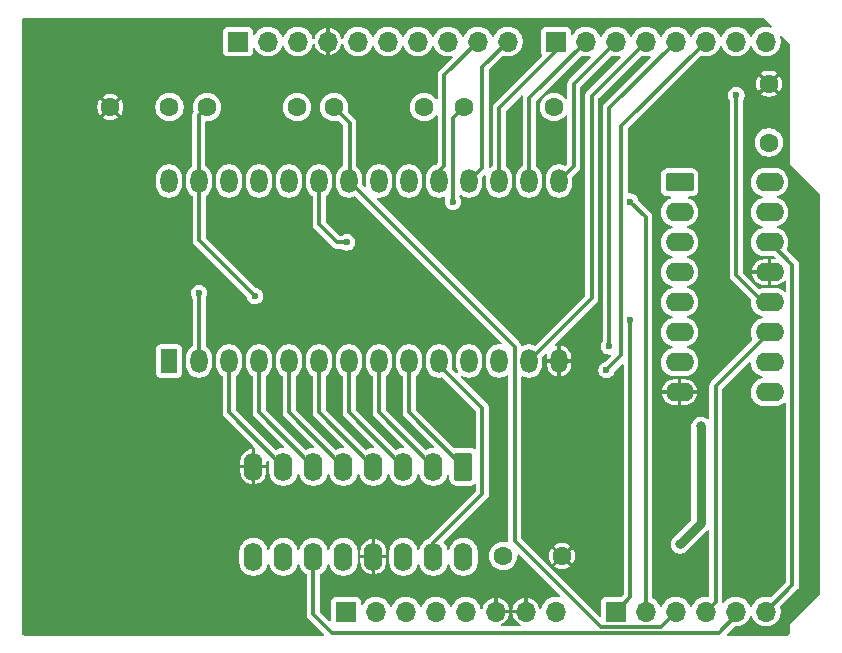
<source format=gbr>
%TF.GenerationSoftware,KiCad,Pcbnew,9.0.7*%
%TF.CreationDate,2026-02-16T17:56:09-05:00*%
%TF.ProjectId,prom-shield,70726f6d-2d73-4686-9965-6c642e6b6963,B*%
%TF.SameCoordinates,PX5f5e100PY5f5e100*%
%TF.FileFunction,Copper,L2,Bot*%
%TF.FilePolarity,Positive*%
%FSLAX46Y46*%
G04 Gerber Fmt 4.6, Leading zero omitted, Abs format (unit mm)*
G04 Created by KiCad (PCBNEW 9.0.7) date 2026-02-16 17:56:09*
%MOMM*%
%LPD*%
G01*
G04 APERTURE LIST*
G04 Aperture macros list*
%AMRoundRect*
0 Rectangle with rounded corners*
0 $1 Rounding radius*
0 $2 $3 $4 $5 $6 $7 $8 $9 X,Y pos of 4 corners*
0 Add a 4 corners polygon primitive as box body*
4,1,4,$2,$3,$4,$5,$6,$7,$8,$9,$2,$3,0*
0 Add four circle primitives for the rounded corners*
1,1,$1+$1,$2,$3*
1,1,$1+$1,$4,$5*
1,1,$1+$1,$6,$7*
1,1,$1+$1,$8,$9*
0 Add four rect primitives between the rounded corners*
20,1,$1+$1,$2,$3,$4,$5,0*
20,1,$1+$1,$4,$5,$6,$7,0*
20,1,$1+$1,$6,$7,$8,$9,0*
20,1,$1+$1,$8,$9,$2,$3,0*%
G04 Aperture macros list end*
%TA.AperFunction,ComponentPad*%
%ADD10R,1.700000X1.700000*%
%TD*%
%TA.AperFunction,ComponentPad*%
%ADD11O,1.700000X1.700000*%
%TD*%
%TA.AperFunction,ComponentPad*%
%ADD12C,1.600000*%
%TD*%
%TA.AperFunction,ComponentPad*%
%ADD13R,1.440000X2.000000*%
%TD*%
%TA.AperFunction,ComponentPad*%
%ADD14O,1.440000X2.000000*%
%TD*%
%TA.AperFunction,ComponentPad*%
%ADD15RoundRect,0.250000X-0.550000X0.950000X-0.550000X-0.950000X0.550000X-0.950000X0.550000X0.950000X0*%
%TD*%
%TA.AperFunction,ComponentPad*%
%ADD16O,1.600000X2.400000*%
%TD*%
%TA.AperFunction,ComponentPad*%
%ADD17RoundRect,0.250000X-0.950000X-0.550000X0.950000X-0.550000X0.950000X0.550000X-0.950000X0.550000X0*%
%TD*%
%TA.AperFunction,ComponentPad*%
%ADD18O,2.400000X1.600000*%
%TD*%
%TA.AperFunction,ViaPad*%
%ADD19C,0.800000*%
%TD*%
%TA.AperFunction,ViaPad*%
%ADD20C,0.600000*%
%TD*%
%TA.AperFunction,Conductor*%
%ADD21C,0.300000*%
%TD*%
%TA.AperFunction,Conductor*%
%ADD22C,0.800000*%
%TD*%
G04 APERTURE END LIST*
D10*
%TO.P,J2,1*%
%TO.N,unconnected-(J2-Pad1)*%
X27940000Y2540000D03*
D11*
%TO.P,J2,2,IOREF*%
%TO.N,unconnected-(J2-IOREF-Pad2)*%
X30480000Y2540000D03*
%TO.P,J2,3,~{RESET}*%
%TO.N,unconnected-(J2-~{RESET}-Pad3)*%
X33020000Y2540000D03*
%TO.P,J2,4,3.3V*%
%TO.N,unconnected-(J2-3.3V-Pad4)*%
X35560000Y2540000D03*
%TO.P,J2,5,5V*%
%TO.N,VCC*%
X38100000Y2540000D03*
%TO.P,J2,6,GND*%
%TO.N,GND*%
X40640000Y2540000D03*
%TO.P,J2,7,GND*%
X43180000Y2540000D03*
%TO.P,J2,8,Vin*%
%TO.N,unconnected-(J2-Vin-Pad8)*%
X45720000Y2540000D03*
%TD*%
D10*
%TO.P,J1,1,A0*%
%TO.N,/~{WE}*%
X50800000Y2540000D03*
D11*
%TO.P,J1,2,A1*%
%TO.N,/~{CE}*%
X53340000Y2540000D03*
%TO.P,J1,3,A2*%
%TO.N,/~{OE}*%
X55880000Y2540000D03*
%TO.P,J1,4,A3*%
%TO.N,/USR_SRCLK*%
X58420000Y2540000D03*
%TO.P,J1,5,A4*%
%TO.N,/LSR_SRCLK*%
X60960000Y2540000D03*
%TO.P,J1,6,A5*%
%TO.N,/SER*%
X63500000Y2540000D03*
%TD*%
D10*
%TO.P,J3,1,SCL*%
%TO.N,unconnected-(J3-SCL-Pad1)*%
X18796000Y50800000D03*
D11*
%TO.P,J3,2,SDA*%
%TO.N,unconnected-(J3-SDA-Pad2)*%
X21336000Y50800000D03*
%TO.P,J3,3,AREF*%
%TO.N,unconnected-(J3-AREF-Pad3)*%
X23876000Y50800000D03*
%TO.P,J3,4,GND*%
%TO.N,GND*%
X26416000Y50800000D03*
%TO.P,J3,5,13*%
%TO.N,/RCLK*%
X28956000Y50800000D03*
%TO.P,J3,6,12*%
%TO.N,unconnected-(J3-12-Pad6)*%
X31496000Y50800000D03*
%TO.P,J3,7,~11*%
%TO.N,unconnected-(J3-~11-Pad7)*%
X34036000Y50800000D03*
%TO.P,J3,8,~10*%
%TO.N,unconnected-(J3-~10-Pad8)*%
X36576000Y50800000D03*
%TO.P,J3,9,~9*%
%TO.N,/D7*%
X39116000Y50800000D03*
%TO.P,J3,10,8*%
%TO.N,/D6*%
X41656000Y50800000D03*
%TD*%
D10*
%TO.P,J4,1,7*%
%TO.N,/D5*%
X45720000Y50800000D03*
D11*
%TO.P,J4,2,~6*%
%TO.N,/D4*%
X48260000Y50800000D03*
%TO.P,J4,3,~5*%
%TO.N,/D3*%
X50800000Y50800000D03*
%TO.P,J4,4,4*%
%TO.N,/D2*%
X53340000Y50800000D03*
%TO.P,J4,5,~3*%
%TO.N,/D1*%
X55880000Y50800000D03*
%TO.P,J4,6,2*%
%TO.N,/D0*%
X58420000Y50800000D03*
%TO.P,J4,7,TX/1*%
%TO.N,unconnected-(J4-TX{slash}1-Pad7)*%
X60960000Y50800000D03*
%TO.P,J4,8,RX/0*%
%TO.N,unconnected-(J4-RX{slash}0-Pad8)*%
X63500000Y50800000D03*
%TD*%
D12*
%TO.P,R1,1*%
%TO.N,VCC*%
X23810000Y45250000D03*
%TO.P,R1,2*%
%TO.N,/~{WE}*%
X16190000Y45250000D03*
%TD*%
D13*
%TO.P,U1,1,A14*%
%TO.N,/A14*%
X12970000Y23760000D03*
D14*
%TO.P,U1,2,A12*%
%TO.N,/A12*%
X15510000Y23760000D03*
%TO.P,U1,3,A7*%
%TO.N,/A7*%
X18050000Y23760000D03*
%TO.P,U1,4,A6*%
%TO.N,/A6*%
X20590000Y23760000D03*
%TO.P,U1,5,A5*%
%TO.N,/A5*%
X23130000Y23760000D03*
%TO.P,U1,6,A4*%
%TO.N,/A4*%
X25670000Y23760000D03*
%TO.P,U1,7,A3*%
%TO.N,/A3*%
X28210000Y23760000D03*
%TO.P,U1,8,A2*%
%TO.N,/A2*%
X30750000Y23760000D03*
%TO.P,U1,9,A1*%
%TO.N,/A1*%
X33290000Y23760000D03*
%TO.P,U1,10,A0*%
%TO.N,/A0*%
X35830000Y23760000D03*
%TO.P,U1,11,D0*%
%TO.N,/D0*%
X38370000Y23760000D03*
%TO.P,U1,12,D1*%
%TO.N,/D1*%
X40910000Y23760000D03*
%TO.P,U1,13,D2*%
%TO.N,/D2*%
X43450000Y23760000D03*
%TO.P,U1,14,GND*%
%TO.N,GND*%
X45990000Y23760000D03*
%TO.P,U1,15,D3*%
%TO.N,/D3*%
X45990000Y39000000D03*
%TO.P,U1,16,D4*%
%TO.N,/D4*%
X43450000Y39000000D03*
%TO.P,U1,17,D5*%
%TO.N,/D5*%
X40910000Y39000000D03*
%TO.P,U1,18,D6*%
%TO.N,/D6*%
X38370000Y39000000D03*
%TO.P,U1,19,D7*%
%TO.N,/D7*%
X35830000Y39000000D03*
%TO.P,U1,20,~{CS}*%
%TO.N,/~{CE}*%
X33290000Y39000000D03*
%TO.P,U1,21,A10*%
%TO.N,/A10*%
X30750000Y39000000D03*
%TO.P,U1,22,~{OE}*%
%TO.N,/~{OE}*%
X28210000Y39000000D03*
%TO.P,U1,23,A11*%
%TO.N,/A11*%
X25670000Y39000000D03*
%TO.P,U1,24,A9*%
%TO.N,/A9*%
X23130000Y39000000D03*
%TO.P,U1,25,A8*%
%TO.N,/A8*%
X20590000Y39000000D03*
%TO.P,U1,26,A13*%
%TO.N,/A13*%
X18050000Y39000000D03*
%TO.P,U1,27,~{WE}*%
%TO.N,/~{WE}*%
X15510000Y39000000D03*
%TO.P,U1,28,VCC*%
%TO.N,VCC*%
X12970000Y39000000D03*
%TD*%
D12*
%TO.P,R3,1*%
%TO.N,VCC*%
X45560000Y45250000D03*
%TO.P,R3,2*%
%TO.N,/~{CE}*%
X37940000Y45250000D03*
%TD*%
%TO.P,C3,1*%
%TO.N,GND*%
X63750000Y47250000D03*
%TO.P,C3,2*%
%TO.N,VCC*%
X63750000Y42250000D03*
%TD*%
%TO.P,R2,1*%
%TO.N,VCC*%
X34560000Y45250000D03*
%TO.P,R2,2*%
%TO.N,/~{OE}*%
X26940000Y45250000D03*
%TD*%
D15*
%TO.P,U2,1,QB*%
%TO.N,/A1*%
X37890000Y14810000D03*
D16*
%TO.P,U2,2,QC*%
%TO.N,/A2*%
X35350000Y14810000D03*
%TO.P,U2,3,QD*%
%TO.N,/A3*%
X32810000Y14810000D03*
%TO.P,U2,4,QE*%
%TO.N,/A4*%
X30270000Y14810000D03*
%TO.P,U2,5,QF*%
%TO.N,/A5*%
X27730000Y14810000D03*
%TO.P,U2,6,QG*%
%TO.N,/A6*%
X25190000Y14810000D03*
%TO.P,U2,7,QH*%
%TO.N,/A7*%
X22650000Y14810000D03*
%TO.P,U2,8,GND*%
%TO.N,GND*%
X20110000Y14810000D03*
%TO.P,U2,9,QH'*%
%TO.N,unconnected-(U2-QH&apos;-Pad9)*%
X20110000Y7190000D03*
%TO.P,U2,10,~{SRCLR}*%
%TO.N,VCC*%
X22650000Y7190000D03*
%TO.P,U2,11,SRCLK*%
%TO.N,/LSR_SRCLK*%
X25190000Y7190000D03*
%TO.P,U2,12,RCLK*%
%TO.N,/RCLK*%
X27730000Y7190000D03*
%TO.P,U2,13,~{OE}*%
%TO.N,GND*%
X30270000Y7190000D03*
%TO.P,U2,14,SER*%
%TO.N,/SER*%
X32810000Y7190000D03*
%TO.P,U2,15,QA*%
%TO.N,/A0*%
X35350000Y7190000D03*
%TO.P,U2,16,VCC*%
%TO.N,VCC*%
X37890000Y7190000D03*
%TD*%
D17*
%TO.P,U3,1,QB*%
%TO.N,/A9*%
X56190000Y38890000D03*
D18*
%TO.P,U3,2,QC*%
%TO.N,/A10*%
X56190000Y36350000D03*
%TO.P,U3,3,QD*%
%TO.N,/A11*%
X56190000Y33810000D03*
%TO.P,U3,4,QE*%
%TO.N,/A12*%
X56190000Y31270000D03*
%TO.P,U3,5,QF*%
%TO.N,/A13*%
X56190000Y28730000D03*
%TO.P,U3,6,QG*%
%TO.N,/A14*%
X56190000Y26190000D03*
%TO.P,U3,7,QH*%
%TO.N,unconnected-(U3-QH-Pad7)*%
X56190000Y23650000D03*
%TO.P,U3,8,GND*%
%TO.N,GND*%
X56190000Y21110000D03*
%TO.P,U3,9,QH'*%
%TO.N,unconnected-(U3-QH&apos;-Pad9)*%
X63810000Y21110000D03*
%TO.P,U3,10,~{SRCLR}*%
%TO.N,VCC*%
X63810000Y23650000D03*
%TO.P,U3,11,SRCLK*%
%TO.N,/USR_SRCLK*%
X63810000Y26190000D03*
%TO.P,U3,12,RCLK*%
%TO.N,/RCLK*%
X63810000Y28730000D03*
%TO.P,U3,13,~{OE}*%
%TO.N,GND*%
X63810000Y31270000D03*
%TO.P,U3,14,SER*%
%TO.N,/SER*%
X63810000Y33810000D03*
%TO.P,U3,15,QA*%
%TO.N,/A8*%
X63810000Y36350000D03*
%TO.P,U3,16,VCC*%
%TO.N,VCC*%
X63810000Y38890000D03*
%TD*%
D12*
%TO.P,C1,1*%
%TO.N,GND*%
X8000000Y45250000D03*
%TO.P,C1,2*%
%TO.N,VCC*%
X13000000Y45250000D03*
%TD*%
%TO.P,C2,1*%
%TO.N,GND*%
X46250000Y7250000D03*
%TO.P,C2,2*%
%TO.N,VCC*%
X41250000Y7250000D03*
%TD*%
D19*
%TO.N,GND*%
X60000000Y30000000D03*
X57750000Y42500000D03*
X17500000Y27500000D03*
X42750000Y27500000D03*
X56250000Y5750000D03*
X7500000Y25000000D03*
X53750000Y39000000D03*
X47750000Y39000000D03*
X62500000Y7500000D03*
X15000000Y10000000D03*
X7500000Y37500000D03*
X48750000Y27500000D03*
X62500000Y17500000D03*
D20*
%TO.N,/~{CE}*%
X37000000Y37250000D03*
X52000000Y37250000D03*
%TO.N,/~{WE}*%
X52000000Y27250000D03*
X20250000Y29250000D03*
%TO.N,/RCLK*%
X61000000Y46250000D03*
%TO.N,/D0*%
X50000000Y23000000D03*
D19*
%TO.N,VCC*%
X56250000Y8250000D03*
X58000000Y18250000D03*
D20*
%TO.N,/D1*%
X50250000Y25000000D03*
%TO.N,/A12*%
X15510000Y29510000D03*
%TO.N,/A11*%
X28000000Y33810000D03*
%TD*%
D21*
%TO.N,/~{CE}*%
X52000000Y37250000D02*
X53340000Y35910000D01*
X37940000Y45250000D02*
X37000000Y44310000D01*
X53340000Y35910000D02*
X53340000Y2540000D01*
X37000000Y44310000D02*
X37000000Y37250000D01*
%TO.N,/~{OE}*%
X54590000Y1250000D02*
X55880000Y2540000D01*
X28250000Y39040000D02*
X28210000Y39000000D01*
X42250000Y8500000D02*
X49500000Y1250000D01*
X26940000Y45250000D02*
X28250000Y43940000D01*
X28250000Y43940000D02*
X28250000Y39040000D01*
X49500000Y1250000D02*
X54590000Y1250000D01*
X42250000Y24960000D02*
X42250000Y8500000D01*
X28210000Y39000000D02*
X42250000Y24960000D01*
%TO.N,/~{WE}*%
X52000000Y27250000D02*
X52000000Y3740000D01*
X15510000Y33990000D02*
X15510000Y39000000D01*
X15500000Y44560000D02*
X15500000Y39010000D01*
X20250000Y29250000D02*
X15510000Y33990000D01*
X15500000Y39010000D02*
X15510000Y39000000D01*
X52000000Y3740000D02*
X50800000Y2540000D01*
X16190000Y45250000D02*
X15500000Y44560000D01*
%TO.N,/A0*%
X35350000Y7190000D02*
X35350000Y8350000D01*
X35830000Y23420000D02*
X35830000Y23760000D01*
X39500000Y12500000D02*
X39500000Y19750000D01*
X39500000Y19750000D02*
X35830000Y23420000D01*
X35350000Y8350000D02*
X39500000Y12500000D01*
%TO.N,/A1*%
X33290000Y19410000D02*
X37890000Y14810000D01*
X33290000Y23760000D02*
X33290000Y19410000D01*
%TO.N,/A2*%
X30750000Y23760000D02*
X30750000Y19410000D01*
X30750000Y19410000D02*
X35350000Y14810000D01*
%TO.N,/A3*%
X28210000Y19410000D02*
X32810000Y14810000D01*
X28210000Y23760000D02*
X28210000Y19410000D01*
%TO.N,/SER*%
X65750000Y4790000D02*
X63500000Y2540000D01*
X63810000Y33810000D02*
X65750000Y31870000D01*
X65750000Y31870000D02*
X65750000Y4790000D01*
%TO.N,/LSR_SRCLK*%
X25190000Y2310000D02*
X25190000Y7190000D01*
X59500000Y750000D02*
X26750000Y750000D01*
X26750000Y750000D02*
X25190000Y2310000D01*
X60960000Y2540000D02*
X60960000Y2210000D01*
X60960000Y2210000D02*
X59500000Y750000D01*
%TO.N,/USR_SRCLK*%
X63810000Y26190000D02*
X59250000Y21630000D01*
X59250000Y3370000D02*
X58420000Y2540000D01*
X59250000Y21630000D02*
X59250000Y3370000D01*
%TO.N,/RCLK*%
X61000000Y46250000D02*
X61000000Y31000000D01*
X61000000Y31000000D02*
X63270000Y28730000D01*
X63270000Y28730000D02*
X63810000Y28730000D01*
%TO.N,/D6*%
X39500000Y40130000D02*
X38370000Y39000000D01*
X39500000Y48644000D02*
X39500000Y40130000D01*
X41656000Y50800000D02*
X39500000Y48644000D01*
%TO.N,/D7*%
X39116000Y50800000D02*
X36250000Y47934000D01*
X36250000Y40250000D02*
X35830000Y39830000D01*
X35830000Y39830000D02*
X35830000Y39000000D01*
X36250000Y47934000D02*
X36250000Y40250000D01*
%TO.N,/D0*%
X51250000Y43630000D02*
X51250000Y24250000D01*
X58420000Y50800000D02*
X51250000Y43630000D01*
X51250000Y24250000D02*
X50000000Y23000000D01*
D22*
%TO.N,VCC*%
X58000000Y10000000D02*
X58000000Y18250000D01*
X56250000Y8250000D02*
X58000000Y10000000D01*
D21*
%TO.N,/D5*%
X45720000Y49970000D02*
X40910000Y45160000D01*
X40910000Y45160000D02*
X40910000Y39000000D01*
X45720000Y50800000D02*
X45720000Y49970000D01*
%TO.N,/D1*%
X55880000Y50800000D02*
X50250000Y45170000D01*
X50250000Y45170000D02*
X50250000Y25000000D01*
%TO.N,/D4*%
X48260000Y50800000D02*
X43450000Y45990000D01*
X43450000Y45990000D02*
X43450000Y39000000D01*
%TO.N,/D2*%
X48750000Y46210000D02*
X48750000Y29060000D01*
X48750000Y29060000D02*
X43450000Y23760000D01*
X53340000Y50800000D02*
X48750000Y46210000D01*
%TO.N,/D3*%
X50800000Y50800000D02*
X47250000Y47250000D01*
X47250000Y47250000D02*
X47250000Y40260000D01*
X47250000Y40260000D02*
X45990000Y39000000D01*
%TO.N,/A5*%
X23130000Y23760000D02*
X23130000Y19410000D01*
X23130000Y19410000D02*
X27730000Y14810000D01*
%TO.N,/A6*%
X20590000Y23760000D02*
X20590000Y19410000D01*
X20590000Y19410000D02*
X25190000Y14810000D01*
%TO.N,/A12*%
X15510000Y29510000D02*
X15510000Y23760000D01*
%TO.N,/A7*%
X18050000Y23760000D02*
X18050000Y19410000D01*
X18050000Y19410000D02*
X22650000Y14810000D01*
%TO.N,/A4*%
X25670000Y19410000D02*
X30270000Y14810000D01*
X25670000Y23760000D02*
X25670000Y19410000D01*
%TO.N,/A11*%
X25670000Y35330000D02*
X25670000Y39000000D01*
X28000000Y33810000D02*
X27190000Y33810000D01*
X27190000Y33810000D02*
X25670000Y35330000D01*
%TD*%
%TA.AperFunction,Conductor*%
%TO.N,GND*%
G36*
X63309869Y52820593D02*
G01*
X63321682Y52810504D01*
X63974739Y52157447D01*
X64002516Y52102930D01*
X63992945Y52042498D01*
X63949680Y51999233D01*
X63889248Y51989662D01*
X63874143Y51993288D01*
X63792823Y52019710D01*
X63598420Y52050500D01*
X63598417Y52050500D01*
X63401583Y52050500D01*
X63401580Y52050500D01*
X63207178Y52019711D01*
X63019974Y51958884D01*
X62844597Y51869526D01*
X62685355Y51753829D01*
X62546171Y51614645D01*
X62430474Y51455403D01*
X62341114Y51280022D01*
X62341112Y51280019D01*
X62324154Y51227825D01*
X62288190Y51178325D01*
X62229999Y51159418D01*
X62171809Y51178326D01*
X62135846Y51227825D01*
X62118887Y51280019D01*
X62118885Y51280022D01*
X62118884Y51280023D01*
X62118884Y51280025D01*
X62029524Y51455405D01*
X61913828Y51614646D01*
X61774646Y51753828D01*
X61615405Y51869524D01*
X61615404Y51869525D01*
X61615402Y51869526D01*
X61440025Y51958884D01*
X61252821Y52019711D01*
X61058420Y52050500D01*
X61058417Y52050500D01*
X60861583Y52050500D01*
X60861580Y52050500D01*
X60667178Y52019711D01*
X60479974Y51958884D01*
X60304597Y51869526D01*
X60145355Y51753829D01*
X60006171Y51614645D01*
X59890474Y51455403D01*
X59801114Y51280022D01*
X59801112Y51280019D01*
X59784154Y51227825D01*
X59748190Y51178325D01*
X59689999Y51159418D01*
X59631809Y51178326D01*
X59595846Y51227825D01*
X59578887Y51280019D01*
X59578885Y51280022D01*
X59578884Y51280023D01*
X59578884Y51280025D01*
X59489524Y51455405D01*
X59373828Y51614646D01*
X59234646Y51753828D01*
X59075405Y51869524D01*
X59075404Y51869525D01*
X59075402Y51869526D01*
X58900025Y51958884D01*
X58712821Y52019711D01*
X58518420Y52050500D01*
X58518417Y52050500D01*
X58321583Y52050500D01*
X58321580Y52050500D01*
X58127178Y52019711D01*
X57939974Y51958884D01*
X57764597Y51869526D01*
X57605355Y51753829D01*
X57466171Y51614645D01*
X57350474Y51455403D01*
X57261114Y51280022D01*
X57261112Y51280019D01*
X57244154Y51227825D01*
X57208190Y51178325D01*
X57149999Y51159418D01*
X57091809Y51178326D01*
X57055846Y51227825D01*
X57038887Y51280019D01*
X57038885Y51280022D01*
X57038884Y51280023D01*
X57038884Y51280025D01*
X56949524Y51455405D01*
X56833828Y51614646D01*
X56694646Y51753828D01*
X56535405Y51869524D01*
X56535404Y51869525D01*
X56535402Y51869526D01*
X56360025Y51958884D01*
X56172821Y52019711D01*
X55978420Y52050500D01*
X55978417Y52050500D01*
X55781583Y52050500D01*
X55781580Y52050500D01*
X55587178Y52019711D01*
X55399974Y51958884D01*
X55224597Y51869526D01*
X55065355Y51753829D01*
X54926171Y51614645D01*
X54810474Y51455403D01*
X54721114Y51280022D01*
X54721112Y51280019D01*
X54704154Y51227825D01*
X54668190Y51178325D01*
X54609999Y51159418D01*
X54551809Y51178326D01*
X54515846Y51227825D01*
X54498887Y51280019D01*
X54498885Y51280022D01*
X54498884Y51280023D01*
X54498884Y51280025D01*
X54409524Y51455405D01*
X54293828Y51614646D01*
X54154646Y51753828D01*
X53995405Y51869524D01*
X53995404Y51869525D01*
X53995402Y51869526D01*
X53820025Y51958884D01*
X53632821Y52019711D01*
X53438420Y52050500D01*
X53438417Y52050500D01*
X53241583Y52050500D01*
X53241580Y52050500D01*
X53047178Y52019711D01*
X52859974Y51958884D01*
X52684597Y51869526D01*
X52525355Y51753829D01*
X52386171Y51614645D01*
X52270474Y51455403D01*
X52181114Y51280022D01*
X52181112Y51280019D01*
X52164154Y51227825D01*
X52128190Y51178325D01*
X52069999Y51159418D01*
X52011809Y51178326D01*
X51975846Y51227825D01*
X51958887Y51280019D01*
X51958885Y51280022D01*
X51958884Y51280023D01*
X51958884Y51280025D01*
X51869524Y51455405D01*
X51753828Y51614646D01*
X51614646Y51753828D01*
X51455405Y51869524D01*
X51455404Y51869525D01*
X51455402Y51869526D01*
X51280025Y51958884D01*
X51092821Y52019711D01*
X50898420Y52050500D01*
X50898417Y52050500D01*
X50701583Y52050500D01*
X50701580Y52050500D01*
X50507178Y52019711D01*
X50319974Y51958884D01*
X50144597Y51869526D01*
X49985355Y51753829D01*
X49846171Y51614645D01*
X49730474Y51455403D01*
X49641114Y51280022D01*
X49641112Y51280019D01*
X49624154Y51227825D01*
X49588190Y51178325D01*
X49529999Y51159418D01*
X49471809Y51178326D01*
X49435846Y51227825D01*
X49418887Y51280019D01*
X49418885Y51280022D01*
X49418884Y51280023D01*
X49418884Y51280025D01*
X49329524Y51455405D01*
X49213828Y51614646D01*
X49074646Y51753828D01*
X48915405Y51869524D01*
X48915404Y51869525D01*
X48915402Y51869526D01*
X48740025Y51958884D01*
X48552821Y52019711D01*
X48358420Y52050500D01*
X48358417Y52050500D01*
X48161583Y52050500D01*
X48161580Y52050500D01*
X47967178Y52019711D01*
X47779974Y51958884D01*
X47604597Y51869526D01*
X47445355Y51753829D01*
X47306171Y51614645D01*
X47190474Y51455403D01*
X47157709Y51391096D01*
X47114444Y51347831D01*
X47054012Y51338260D01*
X46999496Y51366037D01*
X46971718Y51420554D01*
X46970499Y51436041D01*
X46970499Y51681522D01*
X46970498Y51681524D01*
X46955647Y51775300D01*
X46955646Y51775302D01*
X46955646Y51775304D01*
X46898050Y51888342D01*
X46808342Y51978050D01*
X46695304Y52035646D01*
X46695305Y52035646D01*
X46601521Y52050500D01*
X44838478Y52050500D01*
X44838476Y52050499D01*
X44744700Y52035648D01*
X44744695Y52035646D01*
X44631659Y51978051D01*
X44541949Y51888341D01*
X44484354Y51775305D01*
X44469500Y51681522D01*
X44469500Y49918479D01*
X44469501Y49918477D01*
X44484352Y49824701D01*
X44484354Y49824696D01*
X44541950Y49711658D01*
X44542538Y49711070D01*
X44542914Y49710331D01*
X44546531Y49705353D01*
X44545742Y49704781D01*
X44570314Y49656555D01*
X44560743Y49596123D01*
X44542537Y49571064D01*
X40469490Y45498015D01*
X40397016Y45372485D01*
X40359500Y45232475D01*
X40359500Y40315497D01*
X40354654Y40300585D01*
X40354655Y40284905D01*
X40345438Y40272220D01*
X40340593Y40257306D01*
X40318691Y40235405D01*
X40207691Y40154758D01*
X40149500Y40135850D01*
X40091310Y40154757D01*
X40055346Y40204257D01*
X40050500Y40234850D01*
X40050500Y48374968D01*
X40069407Y48433159D01*
X40079490Y48444966D01*
X41208302Y49573779D01*
X41262817Y49601554D01*
X41308897Y49597927D01*
X41330068Y49591048D01*
X41363174Y49580291D01*
X41363175Y49580291D01*
X41363177Y49580290D01*
X41557580Y49549500D01*
X41557583Y49549500D01*
X41754420Y49549500D01*
X41948821Y49580290D01*
X41948822Y49580291D01*
X41948826Y49580291D01*
X42136025Y49641116D01*
X42311405Y49730476D01*
X42470646Y49846172D01*
X42609828Y49985354D01*
X42725524Y50144595D01*
X42814884Y50319975D01*
X42875709Y50507174D01*
X42879095Y50528551D01*
X42906500Y50701580D01*
X42906500Y50898421D01*
X42875710Y51092822D01*
X42875709Y51092826D01*
X42814884Y51280025D01*
X42725524Y51455405D01*
X42609828Y51614646D01*
X42470646Y51753828D01*
X42311405Y51869524D01*
X42311404Y51869525D01*
X42311402Y51869526D01*
X42136025Y51958884D01*
X41948821Y52019711D01*
X41754420Y52050500D01*
X41754417Y52050500D01*
X41557583Y52050500D01*
X41557580Y52050500D01*
X41363178Y52019711D01*
X41175974Y51958884D01*
X41000597Y51869526D01*
X40841355Y51753829D01*
X40702171Y51614645D01*
X40586474Y51455403D01*
X40497114Y51280022D01*
X40497112Y51280019D01*
X40480154Y51227825D01*
X40444190Y51178325D01*
X40385999Y51159418D01*
X40327809Y51178326D01*
X40291846Y51227825D01*
X40274887Y51280019D01*
X40274885Y51280022D01*
X40274884Y51280023D01*
X40274884Y51280025D01*
X40185524Y51455405D01*
X40069828Y51614646D01*
X39930646Y51753828D01*
X39771405Y51869524D01*
X39771404Y51869525D01*
X39771402Y51869526D01*
X39596025Y51958884D01*
X39408821Y52019711D01*
X39214420Y52050500D01*
X39214417Y52050500D01*
X39017583Y52050500D01*
X39017580Y52050500D01*
X38823178Y52019711D01*
X38635974Y51958884D01*
X38460597Y51869526D01*
X38301355Y51753829D01*
X38162171Y51614645D01*
X38046474Y51455403D01*
X37957114Y51280022D01*
X37957112Y51280019D01*
X37940154Y51227825D01*
X37904190Y51178325D01*
X37845999Y51159418D01*
X37787809Y51178326D01*
X37751846Y51227825D01*
X37734887Y51280019D01*
X37734885Y51280022D01*
X37734884Y51280023D01*
X37734884Y51280025D01*
X37645524Y51455405D01*
X37529828Y51614646D01*
X37390646Y51753828D01*
X37231405Y51869524D01*
X37231404Y51869525D01*
X37231402Y51869526D01*
X37056025Y51958884D01*
X36868821Y52019711D01*
X36674420Y52050500D01*
X36674417Y52050500D01*
X36477583Y52050500D01*
X36477580Y52050500D01*
X36283178Y52019711D01*
X36095974Y51958884D01*
X35920597Y51869526D01*
X35761355Y51753829D01*
X35622171Y51614645D01*
X35506474Y51455403D01*
X35417114Y51280022D01*
X35417112Y51280019D01*
X35400154Y51227825D01*
X35364190Y51178325D01*
X35305999Y51159418D01*
X35247809Y51178326D01*
X35211846Y51227825D01*
X35194887Y51280019D01*
X35194885Y51280022D01*
X35194884Y51280023D01*
X35194884Y51280025D01*
X35105524Y51455405D01*
X34989828Y51614646D01*
X34850646Y51753828D01*
X34691405Y51869524D01*
X34691404Y51869525D01*
X34691402Y51869526D01*
X34516025Y51958884D01*
X34328821Y52019711D01*
X34134420Y52050500D01*
X34134417Y52050500D01*
X33937583Y52050500D01*
X33937580Y52050500D01*
X33743178Y52019711D01*
X33555974Y51958884D01*
X33380597Y51869526D01*
X33221355Y51753829D01*
X33082171Y51614645D01*
X32966474Y51455403D01*
X32877114Y51280022D01*
X32877112Y51280019D01*
X32860154Y51227825D01*
X32824190Y51178325D01*
X32765999Y51159418D01*
X32707809Y51178326D01*
X32671846Y51227825D01*
X32654887Y51280019D01*
X32654885Y51280022D01*
X32654884Y51280023D01*
X32654884Y51280025D01*
X32565524Y51455405D01*
X32449828Y51614646D01*
X32310646Y51753828D01*
X32151405Y51869524D01*
X32151404Y51869525D01*
X32151402Y51869526D01*
X31976025Y51958884D01*
X31788821Y52019711D01*
X31594420Y52050500D01*
X31594417Y52050500D01*
X31397583Y52050500D01*
X31397580Y52050500D01*
X31203178Y52019711D01*
X31015974Y51958884D01*
X30840597Y51869526D01*
X30681355Y51753829D01*
X30542171Y51614645D01*
X30426474Y51455403D01*
X30337114Y51280022D01*
X30337112Y51280019D01*
X30320154Y51227825D01*
X30284190Y51178325D01*
X30225999Y51159418D01*
X30167809Y51178326D01*
X30131846Y51227825D01*
X30114887Y51280019D01*
X30114885Y51280022D01*
X30114884Y51280023D01*
X30114884Y51280025D01*
X30025524Y51455405D01*
X29909828Y51614646D01*
X29770646Y51753828D01*
X29611405Y51869524D01*
X29611404Y51869525D01*
X29611402Y51869526D01*
X29436025Y51958884D01*
X29248821Y52019711D01*
X29054420Y52050500D01*
X29054417Y52050500D01*
X28857583Y52050500D01*
X28857580Y52050500D01*
X28663178Y52019711D01*
X28475974Y51958884D01*
X28300597Y51869526D01*
X28141355Y51753829D01*
X28002171Y51614645D01*
X27886474Y51455403D01*
X27797116Y51280026D01*
X27736289Y51092823D01*
X27732904Y51071446D01*
X27705126Y51016929D01*
X27650609Y50989153D01*
X27590177Y50998725D01*
X27546913Y51041990D01*
X27539223Y51065661D01*
X27538592Y51065509D01*
X27537685Y51069285D01*
X27481749Y51241441D01*
X27399568Y51402731D01*
X27399566Y51402735D01*
X27293175Y51549170D01*
X27165169Y51677176D01*
X27018734Y51783567D01*
X27018730Y51783569D01*
X26857440Y51865750D01*
X26685290Y51921684D01*
X26566000Y51940578D01*
X26566000Y51277446D01*
X26481826Y51300000D01*
X26350174Y51300000D01*
X26266000Y51277446D01*
X26266000Y51940578D01*
X26265999Y51940578D01*
X26146709Y51921684D01*
X25974559Y51865750D01*
X25813269Y51783569D01*
X25813265Y51783567D01*
X25666830Y51677176D01*
X25538824Y51549170D01*
X25432433Y51402735D01*
X25432431Y51402731D01*
X25350250Y51241441D01*
X25294314Y51069285D01*
X25293408Y51065509D01*
X25291836Y51065887D01*
X25266847Y51016898D01*
X25212317Y50989146D01*
X25151890Y50998745D01*
X25108645Y51042030D01*
X25099095Y51071446D01*
X25095709Y51092826D01*
X25034884Y51280025D01*
X24945524Y51455405D01*
X24829828Y51614646D01*
X24690646Y51753828D01*
X24531405Y51869524D01*
X24531404Y51869525D01*
X24531402Y51869526D01*
X24356025Y51958884D01*
X24168821Y52019711D01*
X23974420Y52050500D01*
X23974417Y52050500D01*
X23777583Y52050500D01*
X23777580Y52050500D01*
X23583178Y52019711D01*
X23395974Y51958884D01*
X23220597Y51869526D01*
X23061355Y51753829D01*
X22922171Y51614645D01*
X22806474Y51455403D01*
X22717114Y51280022D01*
X22717112Y51280019D01*
X22700154Y51227825D01*
X22664190Y51178325D01*
X22605999Y51159418D01*
X22547809Y51178326D01*
X22511846Y51227825D01*
X22494887Y51280019D01*
X22494885Y51280022D01*
X22494884Y51280023D01*
X22494884Y51280025D01*
X22405524Y51455405D01*
X22289828Y51614646D01*
X22150646Y51753828D01*
X21991405Y51869524D01*
X21991404Y51869525D01*
X21991402Y51869526D01*
X21816025Y51958884D01*
X21628821Y52019711D01*
X21434420Y52050500D01*
X21434417Y52050500D01*
X21237583Y52050500D01*
X21237580Y52050500D01*
X21043178Y52019711D01*
X20855974Y51958884D01*
X20680597Y51869526D01*
X20521355Y51753829D01*
X20382171Y51614645D01*
X20266473Y51455402D01*
X20266469Y51455395D01*
X20233708Y51391097D01*
X20190444Y51347832D01*
X20130012Y51338261D01*
X20075495Y51366039D01*
X20047718Y51420555D01*
X20046499Y51436042D01*
X20046499Y51681522D01*
X20046498Y51681524D01*
X20031647Y51775300D01*
X20031646Y51775302D01*
X20031646Y51775304D01*
X19974050Y51888342D01*
X19884342Y51978050D01*
X19771304Y52035646D01*
X19771305Y52035646D01*
X19677521Y52050500D01*
X17914478Y52050500D01*
X17914476Y52050499D01*
X17820700Y52035648D01*
X17820695Y52035646D01*
X17707659Y51978051D01*
X17617949Y51888341D01*
X17560354Y51775305D01*
X17545500Y51681522D01*
X17545500Y49918479D01*
X17545501Y49918477D01*
X17560352Y49824701D01*
X17560354Y49824696D01*
X17617950Y49711658D01*
X17707658Y49621950D01*
X17820696Y49564354D01*
X17914481Y49549500D01*
X19677518Y49549501D01*
X19677521Y49549501D01*
X19677522Y49549502D01*
X19724411Y49556928D01*
X19771299Y49564353D01*
X19771299Y49564354D01*
X19771304Y49564354D01*
X19884342Y49621950D01*
X19974050Y49711658D01*
X20031646Y49824696D01*
X20046500Y49918481D01*
X20046499Y50163961D01*
X20065406Y50222148D01*
X20114906Y50258112D01*
X20176091Y50258113D01*
X20225591Y50222149D01*
X20233708Y50208903D01*
X20266469Y50144606D01*
X20266473Y50144599D01*
X20266474Y50144598D01*
X20266476Y50144595D01*
X20382172Y49985354D01*
X20521354Y49846172D01*
X20680595Y49730476D01*
X20855975Y49641116D01*
X21043174Y49580291D01*
X21043175Y49580291D01*
X21043178Y49580290D01*
X21237580Y49549500D01*
X21237583Y49549500D01*
X21434420Y49549500D01*
X21628821Y49580290D01*
X21628822Y49580291D01*
X21628826Y49580291D01*
X21816025Y49641116D01*
X21991405Y49730476D01*
X22150646Y49846172D01*
X22289828Y49985354D01*
X22405524Y50144595D01*
X22494884Y50319975D01*
X22511845Y50372177D01*
X22547809Y50421676D01*
X22606000Y50440583D01*
X22664191Y50421676D01*
X22700155Y50372176D01*
X22717116Y50319975D01*
X22806473Y50144599D01*
X22806476Y50144595D01*
X22922172Y49985354D01*
X23061354Y49846172D01*
X23220595Y49730476D01*
X23395975Y49641116D01*
X23583174Y49580291D01*
X23583175Y49580291D01*
X23583178Y49580290D01*
X23777580Y49549500D01*
X23777583Y49549500D01*
X23974420Y49549500D01*
X24168821Y49580290D01*
X24168822Y49580291D01*
X24168826Y49580291D01*
X24356025Y49641116D01*
X24531405Y49730476D01*
X24690646Y49846172D01*
X24829828Y49985354D01*
X24945524Y50144595D01*
X25034884Y50319975D01*
X25095709Y50507174D01*
X25099095Y50528554D01*
X25126870Y50583068D01*
X25181386Y50610848D01*
X25241818Y50601278D01*
X25285084Y50558015D01*
X25292781Y50534341D01*
X25293408Y50534491D01*
X25294314Y50530716D01*
X25350250Y50358560D01*
X25432431Y50197270D01*
X25432433Y50197266D01*
X25538824Y50050831D01*
X25666830Y49922825D01*
X25813265Y49816434D01*
X25813269Y49816432D01*
X25974559Y49734251D01*
X26146710Y49678317D01*
X26266000Y49659423D01*
X26266000Y50322555D01*
X26350174Y50300000D01*
X26481826Y50300000D01*
X26566000Y50322555D01*
X26566000Y49659424D01*
X26685289Y49678317D01*
X26857440Y49734251D01*
X27018730Y49816432D01*
X27018734Y49816434D01*
X27165169Y49922825D01*
X27293175Y50050831D01*
X27399566Y50197266D01*
X27399568Y50197270D01*
X27481749Y50358560D01*
X27537685Y50530716D01*
X27538592Y50534491D01*
X27540178Y50534111D01*
X27565105Y50583056D01*
X27619616Y50610845D01*
X27680050Y50601286D01*
X27723323Y50558030D01*
X27732904Y50528555D01*
X27736290Y50507178D01*
X27797116Y50319975D01*
X27886473Y50144599D01*
X27886476Y50144595D01*
X28002172Y49985354D01*
X28141354Y49846172D01*
X28300595Y49730476D01*
X28475975Y49641116D01*
X28663174Y49580291D01*
X28663175Y49580291D01*
X28663178Y49580290D01*
X28857580Y49549500D01*
X28857583Y49549500D01*
X29054420Y49549500D01*
X29248821Y49580290D01*
X29248822Y49580291D01*
X29248826Y49580291D01*
X29436025Y49641116D01*
X29611405Y49730476D01*
X29770646Y49846172D01*
X29909828Y49985354D01*
X30025524Y50144595D01*
X30114884Y50319975D01*
X30131845Y50372177D01*
X30167809Y50421676D01*
X30226000Y50440583D01*
X30284191Y50421676D01*
X30320155Y50372176D01*
X30337116Y50319975D01*
X30426473Y50144599D01*
X30426476Y50144595D01*
X30542172Y49985354D01*
X30681354Y49846172D01*
X30840595Y49730476D01*
X31015975Y49641116D01*
X31203174Y49580291D01*
X31203175Y49580291D01*
X31203178Y49580290D01*
X31397580Y49549500D01*
X31397583Y49549500D01*
X31594420Y49549500D01*
X31788821Y49580290D01*
X31788822Y49580291D01*
X31788826Y49580291D01*
X31976025Y49641116D01*
X32151405Y49730476D01*
X32310646Y49846172D01*
X32449828Y49985354D01*
X32565524Y50144595D01*
X32654884Y50319975D01*
X32671845Y50372177D01*
X32707809Y50421676D01*
X32766000Y50440583D01*
X32824191Y50421676D01*
X32860155Y50372176D01*
X32877116Y50319975D01*
X32966473Y50144599D01*
X32966476Y50144595D01*
X33082172Y49985354D01*
X33221354Y49846172D01*
X33380595Y49730476D01*
X33555975Y49641116D01*
X33743174Y49580291D01*
X33743175Y49580291D01*
X33743178Y49580290D01*
X33937580Y49549500D01*
X33937583Y49549500D01*
X34134420Y49549500D01*
X34328821Y49580290D01*
X34328822Y49580291D01*
X34328826Y49580291D01*
X34516025Y49641116D01*
X34691405Y49730476D01*
X34850646Y49846172D01*
X34989828Y49985354D01*
X35105524Y50144595D01*
X35194884Y50319975D01*
X35211845Y50372177D01*
X35247809Y50421676D01*
X35306000Y50440583D01*
X35364191Y50421676D01*
X35400155Y50372176D01*
X35417116Y50319975D01*
X35506473Y50144599D01*
X35506476Y50144595D01*
X35622172Y49985354D01*
X35761354Y49846172D01*
X35920595Y49730476D01*
X36095975Y49641116D01*
X36283174Y49580291D01*
X36283175Y49580291D01*
X36283178Y49580290D01*
X36477580Y49549500D01*
X36477583Y49549500D01*
X36674420Y49549500D01*
X36810568Y49571064D01*
X36863672Y49579475D01*
X36924104Y49569904D01*
X36967369Y49526639D01*
X36976940Y49466207D01*
X36949163Y49411691D01*
X35809492Y48272018D01*
X35737016Y48146485D01*
X35699500Y48006475D01*
X35699500Y46028716D01*
X35680593Y45970525D01*
X35631093Y45934561D01*
X35569907Y45934561D01*
X35520408Y45970525D01*
X35475694Y46032068D01*
X35475692Y46032070D01*
X35475690Y46032073D01*
X35342073Y46165690D01*
X35189199Y46276760D01*
X35189198Y46276761D01*
X35189196Y46276762D01*
X35020832Y46362547D01*
X34841113Y46420942D01*
X34654484Y46450500D01*
X34654481Y46450500D01*
X34465519Y46450500D01*
X34465516Y46450500D01*
X34278886Y46420942D01*
X34099167Y46362547D01*
X33930803Y46276762D01*
X33777928Y46165691D01*
X33644309Y46032072D01*
X33533238Y45879197D01*
X33447453Y45710833D01*
X33389058Y45531114D01*
X33359500Y45344485D01*
X33359500Y45155516D01*
X33389058Y44968887D01*
X33447453Y44789168D01*
X33527291Y44632475D01*
X33533240Y44620801D01*
X33644310Y44467927D01*
X33777927Y44334310D01*
X33930801Y44223240D01*
X34099168Y44137453D01*
X34278882Y44079060D01*
X34278883Y44079060D01*
X34278886Y44079059D01*
X34465516Y44049500D01*
X34465519Y44049500D01*
X34654484Y44049500D01*
X34841113Y44079059D01*
X34841114Y44079060D01*
X34841118Y44079060D01*
X35020832Y44137453D01*
X35189199Y44223240D01*
X35342073Y44334310D01*
X35475690Y44467927D01*
X35520407Y44529476D01*
X35569907Y44565439D01*
X35631092Y44565440D01*
X35680592Y44529476D01*
X35699500Y44471285D01*
X35699500Y40519033D01*
X35697031Y40511436D01*
X35698281Y40503545D01*
X35687757Y40482892D01*
X35680593Y40460842D01*
X35670503Y40449029D01*
X35622166Y40400693D01*
X35571183Y40374710D01*
X35571398Y40373818D01*
X35567686Y40372927D01*
X35567673Y40372920D01*
X35567649Y40372917D01*
X35567649Y40372916D01*
X35567648Y40372917D01*
X35567627Y40372913D01*
X35567622Y40372912D01*
X35399878Y40318409D01*
X35242732Y40238340D01*
X35100044Y40134671D01*
X34975329Y40009956D01*
X34871660Y39867268D01*
X34791592Y39710124D01*
X34737088Y39542380D01*
X34709500Y39368189D01*
X34709500Y38631812D01*
X34737088Y38457621D01*
X34737090Y38457616D01*
X34791592Y38289877D01*
X34871662Y38132730D01*
X34975330Y37990043D01*
X35100043Y37865330D01*
X35242730Y37761662D01*
X35399877Y37681592D01*
X35567616Y37627090D01*
X35567617Y37627090D01*
X35567620Y37627089D01*
X35741812Y37599500D01*
X35741815Y37599500D01*
X35918188Y37599500D01*
X36092379Y37627089D01*
X36092380Y37627090D01*
X36092384Y37627090D01*
X36241269Y37675466D01*
X36302453Y37675466D01*
X36351954Y37639502D01*
X36370861Y37581311D01*
X36363325Y37543426D01*
X36326420Y37454330D01*
X36326420Y37454328D01*
X36299500Y37318996D01*
X36299500Y37181005D01*
X36326420Y37045673D01*
X36326420Y37045671D01*
X36379222Y36918194D01*
X36379228Y36918183D01*
X36455885Y36803459D01*
X36553458Y36705886D01*
X36668182Y36629229D01*
X36668193Y36629223D01*
X36715283Y36609718D01*
X36795672Y36576420D01*
X36931007Y36549500D01*
X36931008Y36549500D01*
X37068992Y36549500D01*
X37068993Y36549500D01*
X37204328Y36576420D01*
X37331811Y36629225D01*
X37446542Y36705886D01*
X37544114Y36803458D01*
X37620775Y36918189D01*
X37673580Y37045672D01*
X37700500Y37181007D01*
X37700500Y37318993D01*
X37673580Y37454328D01*
X37633953Y37549996D01*
X37620777Y37581807D01*
X37620771Y37581818D01*
X37567185Y37662014D01*
X37550500Y37717016D01*
X37550500Y37736089D01*
X37569407Y37794280D01*
X37618907Y37830244D01*
X37680093Y37830244D01*
X37707691Y37816181D01*
X37760995Y37777453D01*
X37782730Y37761662D01*
X37939877Y37681592D01*
X38107616Y37627090D01*
X38107617Y37627090D01*
X38107620Y37627089D01*
X38281812Y37599500D01*
X38281815Y37599500D01*
X38458188Y37599500D01*
X38632379Y37627089D01*
X38632380Y37627090D01*
X38632384Y37627090D01*
X38800123Y37681592D01*
X38957270Y37761662D01*
X39099957Y37865330D01*
X39224670Y37990043D01*
X39328338Y38132730D01*
X39408408Y38289877D01*
X39462910Y38457616D01*
X39462911Y38457621D01*
X39490500Y38631812D01*
X39490500Y39300969D01*
X39509407Y39359160D01*
X39519490Y39370966D01*
X39625389Y39476865D01*
X39679903Y39504641D01*
X39740335Y39495070D01*
X39783599Y39451805D01*
X39793172Y39391377D01*
X39789500Y39368187D01*
X39789500Y38631812D01*
X39817088Y38457621D01*
X39817090Y38457616D01*
X39871592Y38289877D01*
X39951662Y38132730D01*
X40055330Y37990043D01*
X40180043Y37865330D01*
X40322730Y37761662D01*
X40479877Y37681592D01*
X40647616Y37627090D01*
X40647617Y37627090D01*
X40647620Y37627089D01*
X40821812Y37599500D01*
X40821815Y37599500D01*
X40998188Y37599500D01*
X41172379Y37627089D01*
X41172380Y37627090D01*
X41172384Y37627090D01*
X41340123Y37681592D01*
X41497270Y37761662D01*
X41639957Y37865330D01*
X41764670Y37990043D01*
X41868338Y38132730D01*
X41948408Y38289877D01*
X42002910Y38457616D01*
X42002911Y38457621D01*
X42030500Y38631812D01*
X42030500Y39368189D01*
X42002911Y39542380D01*
X42002850Y39542569D01*
X41948408Y39710123D01*
X41868338Y39867270D01*
X41764670Y40009957D01*
X41639957Y40134670D01*
X41639953Y40134673D01*
X41639951Y40134675D01*
X41501309Y40235405D01*
X41465345Y40284905D01*
X41460500Y40315497D01*
X41460500Y44890968D01*
X41479407Y44949159D01*
X41489490Y44960966D01*
X42751162Y46222638D01*
X42805678Y46250414D01*
X42866110Y46240843D01*
X42909375Y46197578D01*
X42918946Y46137146D01*
X42916792Y46127010D01*
X42899500Y46062475D01*
X42899500Y40315497D01*
X42880593Y40257306D01*
X42858691Y40235405D01*
X42720048Y40134675D01*
X42595329Y40009956D01*
X42491660Y39867268D01*
X42411592Y39710124D01*
X42357088Y39542380D01*
X42329500Y39368189D01*
X42329500Y38631812D01*
X42357088Y38457621D01*
X42357090Y38457616D01*
X42411592Y38289877D01*
X42491662Y38132730D01*
X42595330Y37990043D01*
X42720043Y37865330D01*
X42862730Y37761662D01*
X43019877Y37681592D01*
X43187616Y37627090D01*
X43187617Y37627090D01*
X43187620Y37627089D01*
X43361812Y37599500D01*
X43361815Y37599500D01*
X43538188Y37599500D01*
X43712379Y37627089D01*
X43712380Y37627090D01*
X43712384Y37627090D01*
X43880123Y37681592D01*
X44037270Y37761662D01*
X44179957Y37865330D01*
X44304670Y37990043D01*
X44408338Y38132730D01*
X44488408Y38289877D01*
X44542910Y38457616D01*
X44542911Y38457621D01*
X44570500Y38631812D01*
X44570500Y39368189D01*
X44542911Y39542380D01*
X44542850Y39542569D01*
X44488408Y39710123D01*
X44408338Y39867270D01*
X44304670Y40009957D01*
X44179957Y40134670D01*
X44179953Y40134673D01*
X44179951Y40134675D01*
X44041309Y40235405D01*
X44005345Y40284905D01*
X44000500Y40315497D01*
X44000500Y45720968D01*
X44019407Y45779159D01*
X44029490Y45790966D01*
X47812302Y49573779D01*
X47866817Y49601554D01*
X47912897Y49597927D01*
X47934068Y49591048D01*
X47967174Y49580291D01*
X47967175Y49580291D01*
X47967177Y49580290D01*
X48161580Y49549500D01*
X48161583Y49549500D01*
X48358420Y49549500D01*
X48494568Y49571064D01*
X48547672Y49579475D01*
X48608104Y49569904D01*
X48651369Y49526639D01*
X48660940Y49466207D01*
X48633163Y49411691D01*
X48633163Y49411690D01*
X46809490Y47588015D01*
X46754918Y47493491D01*
X46754917Y47493490D01*
X46737017Y47462488D01*
X46737016Y47462486D01*
X46737016Y47462485D01*
X46721450Y47404394D01*
X46699500Y47322475D01*
X46699500Y46028716D01*
X46680593Y45970525D01*
X46631093Y45934561D01*
X46569907Y45934561D01*
X46520408Y45970525D01*
X46475694Y46032068D01*
X46475692Y46032070D01*
X46475690Y46032073D01*
X46342073Y46165690D01*
X46189199Y46276760D01*
X46189198Y46276761D01*
X46189196Y46276762D01*
X46020832Y46362547D01*
X45841113Y46420942D01*
X45654484Y46450500D01*
X45654481Y46450500D01*
X45465519Y46450500D01*
X45465516Y46450500D01*
X45278886Y46420942D01*
X45099167Y46362547D01*
X44930803Y46276762D01*
X44777928Y46165691D01*
X44644309Y46032072D01*
X44533238Y45879197D01*
X44447453Y45710833D01*
X44389058Y45531114D01*
X44359500Y45344485D01*
X44359500Y45155516D01*
X44389058Y44968887D01*
X44447453Y44789168D01*
X44527291Y44632475D01*
X44533240Y44620801D01*
X44644310Y44467927D01*
X44777927Y44334310D01*
X44930801Y44223240D01*
X45099168Y44137453D01*
X45278882Y44079060D01*
X45278883Y44079060D01*
X45278886Y44079059D01*
X45465516Y44049500D01*
X45465519Y44049500D01*
X45654484Y44049500D01*
X45841113Y44079059D01*
X45841114Y44079060D01*
X45841118Y44079060D01*
X46020832Y44137453D01*
X46189199Y44223240D01*
X46342073Y44334310D01*
X46475690Y44467927D01*
X46520407Y44529476D01*
X46569907Y44565439D01*
X46631092Y44565440D01*
X46680592Y44529476D01*
X46699500Y44471285D01*
X46699500Y40529033D01*
X46697031Y40521436D01*
X46698281Y40513546D01*
X46687757Y40492893D01*
X46680593Y40470842D01*
X46670503Y40459029D01*
X46543694Y40332221D01*
X46489178Y40304444D01*
X46428750Y40314013D01*
X46420124Y40318408D01*
X46252379Y40372912D01*
X46078188Y40400500D01*
X46078185Y40400500D01*
X45901815Y40400500D01*
X45901812Y40400500D01*
X45727620Y40372912D01*
X45559876Y40318408D01*
X45402732Y40238340D01*
X45260044Y40134671D01*
X45135329Y40009956D01*
X45031660Y39867268D01*
X44951592Y39710124D01*
X44897088Y39542380D01*
X44869500Y39368189D01*
X44869500Y38631812D01*
X44897088Y38457621D01*
X44897090Y38457616D01*
X44951592Y38289877D01*
X45031662Y38132730D01*
X45135330Y37990043D01*
X45260043Y37865330D01*
X45402730Y37761662D01*
X45559877Y37681592D01*
X45727616Y37627090D01*
X45727617Y37627090D01*
X45727620Y37627089D01*
X45901812Y37599500D01*
X45901815Y37599500D01*
X46078188Y37599500D01*
X46252379Y37627089D01*
X46252380Y37627090D01*
X46252384Y37627090D01*
X46420123Y37681592D01*
X46577270Y37761662D01*
X46719957Y37865330D01*
X46844670Y37990043D01*
X46948338Y38132730D01*
X47028408Y38289877D01*
X47082910Y38457616D01*
X47082911Y38457621D01*
X47110500Y38631812D01*
X47110500Y39300968D01*
X47129407Y39359159D01*
X47139490Y39370966D01*
X47690510Y39921985D01*
X47762984Y40047515D01*
X47786337Y40134670D01*
X47800500Y40187525D01*
X47800500Y46980968D01*
X47819407Y47039159D01*
X47829490Y47050966D01*
X50352302Y49573779D01*
X50406817Y49601554D01*
X50452897Y49597927D01*
X50474068Y49591048D01*
X50507174Y49580291D01*
X50507175Y49580291D01*
X50507177Y49580290D01*
X50701580Y49549500D01*
X50701583Y49549500D01*
X50898420Y49549500D01*
X51034568Y49571064D01*
X51087672Y49579475D01*
X51148104Y49569904D01*
X51191369Y49526639D01*
X51200940Y49466207D01*
X51173163Y49411691D01*
X51173163Y49411690D01*
X48309490Y46548015D01*
X48241651Y46430512D01*
X48241649Y46430509D01*
X48237017Y46422487D01*
X48237016Y46422485D01*
X48199500Y46282475D01*
X48199500Y29329034D01*
X48180593Y29270843D01*
X48170504Y29259030D01*
X44003694Y25092221D01*
X43949177Y25064444D01*
X43888746Y25074015D01*
X43880126Y25078407D01*
X43712379Y25132912D01*
X43538188Y25160500D01*
X43538185Y25160500D01*
X43361815Y25160500D01*
X43361812Y25160500D01*
X43187620Y25132912D01*
X43019873Y25078407D01*
X42924952Y25030043D01*
X42864520Y25020472D01*
X42810004Y25048250D01*
X42784382Y25092628D01*
X42762984Y25172485D01*
X42690510Y25298015D01*
X30553138Y37435387D01*
X30525361Y37489904D01*
X30534932Y37550336D01*
X30578197Y37593601D01*
X30638629Y37603172D01*
X30638630Y37603172D01*
X30661813Y37599500D01*
X30661815Y37599500D01*
X30838188Y37599500D01*
X31012379Y37627089D01*
X31012380Y37627090D01*
X31012384Y37627090D01*
X31180123Y37681592D01*
X31337270Y37761662D01*
X31479957Y37865330D01*
X31604670Y37990043D01*
X31708338Y38132730D01*
X31788408Y38289877D01*
X31842910Y38457616D01*
X31842911Y38457621D01*
X31870500Y38631812D01*
X31870500Y39368189D01*
X32169500Y39368189D01*
X32169500Y38631812D01*
X32197088Y38457621D01*
X32197090Y38457616D01*
X32251592Y38289877D01*
X32331662Y38132730D01*
X32435330Y37990043D01*
X32560043Y37865330D01*
X32702730Y37761662D01*
X32859877Y37681592D01*
X33027616Y37627090D01*
X33027617Y37627090D01*
X33027620Y37627089D01*
X33201812Y37599500D01*
X33201815Y37599500D01*
X33378188Y37599500D01*
X33552379Y37627089D01*
X33552380Y37627090D01*
X33552384Y37627090D01*
X33720123Y37681592D01*
X33877270Y37761662D01*
X34019957Y37865330D01*
X34144670Y37990043D01*
X34248338Y38132730D01*
X34328408Y38289877D01*
X34382910Y38457616D01*
X34382911Y38457621D01*
X34410500Y38631812D01*
X34410500Y39368189D01*
X34382911Y39542380D01*
X34382850Y39542569D01*
X34328408Y39710123D01*
X34248338Y39867270D01*
X34144670Y40009957D01*
X34019957Y40134670D01*
X33877270Y40238338D01*
X33877269Y40238339D01*
X33877267Y40238340D01*
X33720123Y40318408D01*
X33552379Y40372912D01*
X33378188Y40400500D01*
X33378185Y40400500D01*
X33201815Y40400500D01*
X33201812Y40400500D01*
X33027620Y40372912D01*
X32859876Y40318408D01*
X32702732Y40238340D01*
X32560044Y40134671D01*
X32435329Y40009956D01*
X32331660Y39867268D01*
X32251592Y39710124D01*
X32197088Y39542380D01*
X32169500Y39368189D01*
X31870500Y39368189D01*
X31842911Y39542380D01*
X31842850Y39542569D01*
X31788408Y39710123D01*
X31708338Y39867270D01*
X31604670Y40009957D01*
X31479957Y40134670D01*
X31337270Y40238338D01*
X31337269Y40238339D01*
X31337267Y40238340D01*
X31180123Y40318408D01*
X31012379Y40372912D01*
X30838188Y40400500D01*
X30838185Y40400500D01*
X30661815Y40400500D01*
X30661812Y40400500D01*
X30487620Y40372912D01*
X30319876Y40318408D01*
X30162732Y40238340D01*
X30020044Y40134671D01*
X29895329Y40009956D01*
X29791660Y39867268D01*
X29711592Y39710124D01*
X29657088Y39542380D01*
X29629500Y39368189D01*
X29629500Y39368187D01*
X29629500Y39368185D01*
X29629500Y38631815D01*
X29629941Y38629029D01*
X29633172Y38608628D01*
X29623599Y38548196D01*
X29580333Y38504932D01*
X29519901Y38495362D01*
X29465386Y38523139D01*
X29359496Y38629029D01*
X29331719Y38683546D01*
X29330500Y38699033D01*
X29330500Y39368189D01*
X29302911Y39542380D01*
X29302850Y39542569D01*
X29248408Y39710123D01*
X29168338Y39867270D01*
X29064670Y40009957D01*
X28939957Y40134670D01*
X28912310Y40154757D01*
X28841308Y40206344D01*
X28805345Y40255844D01*
X28800500Y40286436D01*
X28800500Y44012475D01*
X28783889Y44074467D01*
X28762984Y44152485D01*
X28690510Y44278015D01*
X28126543Y44841982D01*
X28098766Y44896499D01*
X28102392Y44942578D01*
X28110940Y44968882D01*
X28140500Y45155519D01*
X28140500Y45344481D01*
X28140500Y45344485D01*
X28110941Y45531114D01*
X28098280Y45570080D01*
X28052547Y45710832D01*
X27966760Y45879199D01*
X27855690Y46032073D01*
X27722073Y46165690D01*
X27569199Y46276760D01*
X27569198Y46276761D01*
X27569196Y46276762D01*
X27400832Y46362547D01*
X27221113Y46420942D01*
X27034484Y46450500D01*
X27034481Y46450500D01*
X26845519Y46450500D01*
X26845516Y46450500D01*
X26658886Y46420942D01*
X26479167Y46362547D01*
X26310803Y46276762D01*
X26157928Y46165691D01*
X26024309Y46032072D01*
X25913238Y45879197D01*
X25827453Y45710833D01*
X25769058Y45531114D01*
X25739500Y45344485D01*
X25739500Y45155516D01*
X25769058Y44968887D01*
X25827453Y44789168D01*
X25907291Y44632475D01*
X25913240Y44620801D01*
X26024310Y44467927D01*
X26157927Y44334310D01*
X26310801Y44223240D01*
X26479168Y44137453D01*
X26658882Y44079060D01*
X26658883Y44079060D01*
X26658886Y44079059D01*
X26845516Y44049500D01*
X26845519Y44049500D01*
X27034484Y44049500D01*
X27186371Y44073557D01*
X27221118Y44079060D01*
X27247421Y44087608D01*
X27308605Y44087608D01*
X27348018Y44063457D01*
X27670504Y43740971D01*
X27698281Y43686454D01*
X27699500Y43670967D01*
X27699500Y40338122D01*
X27680593Y40279931D01*
X27645448Y40249914D01*
X27622730Y40238338D01*
X27480044Y40134671D01*
X27355329Y40009956D01*
X27251660Y39867268D01*
X27171592Y39710124D01*
X27117088Y39542380D01*
X27089500Y39368189D01*
X27089500Y38631812D01*
X27117088Y38457621D01*
X27117090Y38457616D01*
X27171592Y38289877D01*
X27251662Y38132730D01*
X27355330Y37990043D01*
X27480043Y37865330D01*
X27622730Y37761662D01*
X27779877Y37681592D01*
X27947616Y37627090D01*
X27947617Y37627090D01*
X27947620Y37627089D01*
X28121812Y37599500D01*
X28121815Y37599500D01*
X28298188Y37599500D01*
X28472385Y37627090D01*
X28516011Y37641266D01*
X28640123Y37681592D01*
X28648742Y37685984D01*
X28709168Y37695560D01*
X28763687Y37667787D01*
X28763694Y37667781D01*
X41106861Y25324614D01*
X41134638Y25270097D01*
X41125067Y25209665D01*
X41081802Y25166400D01*
X41021372Y25156828D01*
X41004699Y25159469D01*
X40998185Y25160500D01*
X40821815Y25160500D01*
X40821812Y25160500D01*
X40647620Y25132912D01*
X40479876Y25078408D01*
X40322732Y24998340D01*
X40180044Y24894671D01*
X40055329Y24769956D01*
X39951660Y24627268D01*
X39871592Y24470124D01*
X39817088Y24302380D01*
X39789500Y24128189D01*
X39789500Y23391812D01*
X39817088Y23217621D01*
X39844557Y23133082D01*
X39871592Y23049877D01*
X39951662Y22892730D01*
X40055330Y22750043D01*
X40180043Y22625330D01*
X40322730Y22521662D01*
X40479877Y22441592D01*
X40647616Y22387090D01*
X40647617Y22387090D01*
X40647620Y22387089D01*
X40821812Y22359500D01*
X40821815Y22359500D01*
X40998188Y22359500D01*
X41172379Y22387089D01*
X41172380Y22387090D01*
X41172384Y22387090D01*
X41340123Y22441592D01*
X41497270Y22521662D01*
X41542310Y22554386D01*
X41600499Y22573293D01*
X41658690Y22554386D01*
X41694654Y22504887D01*
X41699500Y22474293D01*
X41699500Y8502492D01*
X41680593Y8444301D01*
X41631093Y8408337D01*
X41569908Y8408337D01*
X41531115Y8420941D01*
X41344484Y8450500D01*
X41344481Y8450500D01*
X41155519Y8450500D01*
X41155516Y8450500D01*
X40968886Y8420942D01*
X40789167Y8362547D01*
X40620803Y8276762D01*
X40467928Y8165691D01*
X40334309Y8032072D01*
X40223238Y7879197D01*
X40137453Y7710833D01*
X40079058Y7531114D01*
X40049500Y7344485D01*
X40049500Y7155516D01*
X40079058Y6968887D01*
X40108830Y6877259D01*
X40137453Y6789168D01*
X40223240Y6620801D01*
X40334310Y6467927D01*
X40467927Y6334310D01*
X40620801Y6223240D01*
X40789168Y6137453D01*
X40968882Y6079060D01*
X40968883Y6079060D01*
X40968886Y6079059D01*
X41155516Y6049500D01*
X41155519Y6049500D01*
X41344484Y6049500D01*
X41531113Y6079059D01*
X41531114Y6079060D01*
X41531118Y6079060D01*
X41710832Y6137453D01*
X41879199Y6223240D01*
X42032073Y6334310D01*
X42165690Y6467927D01*
X42276760Y6620801D01*
X42362547Y6789168D01*
X42420940Y6968882D01*
X42424668Y6992421D01*
X42450500Y7155516D01*
X42450500Y7281967D01*
X42469407Y7340158D01*
X42518907Y7376122D01*
X42580093Y7376122D01*
X42619504Y7351971D01*
X46033755Y3937720D01*
X46061532Y3883203D01*
X46051961Y3822771D01*
X46008696Y3779506D01*
X45948264Y3769935D01*
X45818420Y3790500D01*
X45818417Y3790500D01*
X45621583Y3790500D01*
X45621580Y3790500D01*
X45427178Y3759711D01*
X45239974Y3698884D01*
X45064597Y3609526D01*
X44905355Y3493829D01*
X44766171Y3354645D01*
X44650474Y3195403D01*
X44561116Y3020026D01*
X44500289Y2832823D01*
X44496904Y2811446D01*
X44469126Y2756929D01*
X44414609Y2729153D01*
X44354177Y2738725D01*
X44310913Y2781990D01*
X44303223Y2805661D01*
X44302592Y2805509D01*
X44301685Y2809285D01*
X44245749Y2981441D01*
X44163568Y3142731D01*
X44163566Y3142735D01*
X44057175Y3289170D01*
X43929169Y3417176D01*
X43782734Y3523567D01*
X43782730Y3523569D01*
X43621440Y3605750D01*
X43449290Y3661684D01*
X43330000Y3680578D01*
X43330000Y3017446D01*
X43245826Y3040000D01*
X43114174Y3040000D01*
X43030000Y3017446D01*
X43030000Y3680578D01*
X43029999Y3680578D01*
X42910709Y3661684D01*
X42738559Y3605750D01*
X42577269Y3523569D01*
X42577265Y3523567D01*
X42430830Y3417176D01*
X42302824Y3289170D01*
X42196433Y3142735D01*
X42196431Y3142731D01*
X42114250Y2981441D01*
X42058316Y2809290D01*
X42039423Y2690000D01*
X42702555Y2690000D01*
X42680000Y2605826D01*
X42680000Y2474174D01*
X42702555Y2390000D01*
X42039423Y2390000D01*
X42058316Y2270711D01*
X42114250Y2098560D01*
X42196431Y1937270D01*
X42196433Y1937266D01*
X42302824Y1790831D01*
X42430830Y1662825D01*
X42577265Y1556434D01*
X42577269Y1556432D01*
X42712144Y1487710D01*
X42755409Y1444445D01*
X42764980Y1384013D01*
X42737203Y1329497D01*
X42682686Y1301719D01*
X42667199Y1300500D01*
X41152801Y1300500D01*
X41094610Y1319407D01*
X41058646Y1368907D01*
X41058646Y1430093D01*
X41094610Y1479593D01*
X41107856Y1487710D01*
X41242730Y1556432D01*
X41242734Y1556434D01*
X41389169Y1662825D01*
X41517175Y1790831D01*
X41623566Y1937266D01*
X41623568Y1937270D01*
X41705749Y2098560D01*
X41761683Y2270711D01*
X41780577Y2390000D01*
X41117445Y2390000D01*
X41140000Y2474174D01*
X41140000Y2605826D01*
X41117445Y2690000D01*
X41780577Y2690000D01*
X41761683Y2809290D01*
X41705749Y2981441D01*
X41623568Y3142731D01*
X41623566Y3142735D01*
X41517175Y3289170D01*
X41389169Y3417176D01*
X41242734Y3523567D01*
X41242730Y3523569D01*
X41081440Y3605750D01*
X40909290Y3661684D01*
X40790000Y3680578D01*
X40790000Y3017446D01*
X40705826Y3040000D01*
X40574174Y3040000D01*
X40490000Y3017446D01*
X40490000Y3680578D01*
X40489999Y3680578D01*
X40370709Y3661684D01*
X40198559Y3605750D01*
X40037269Y3523569D01*
X40037265Y3523567D01*
X39890830Y3417176D01*
X39762824Y3289170D01*
X39656433Y3142735D01*
X39656431Y3142731D01*
X39574250Y2981441D01*
X39518314Y2809285D01*
X39517408Y2805509D01*
X39515836Y2805887D01*
X39490847Y2756898D01*
X39436317Y2729146D01*
X39375890Y2738745D01*
X39332645Y2782030D01*
X39323095Y2811446D01*
X39319709Y2832826D01*
X39258884Y3020025D01*
X39169524Y3195405D01*
X39053828Y3354646D01*
X38914646Y3493828D01*
X38755405Y3609524D01*
X38755404Y3609525D01*
X38755402Y3609526D01*
X38580025Y3698884D01*
X38392821Y3759711D01*
X38198420Y3790500D01*
X38198417Y3790500D01*
X38001583Y3790500D01*
X38001580Y3790500D01*
X37807178Y3759711D01*
X37619974Y3698884D01*
X37444597Y3609526D01*
X37285355Y3493829D01*
X37146171Y3354645D01*
X37030474Y3195403D01*
X36941114Y3020022D01*
X36941112Y3020019D01*
X36924154Y2967825D01*
X36888190Y2918325D01*
X36829999Y2899418D01*
X36771809Y2918326D01*
X36735846Y2967825D01*
X36718887Y3020019D01*
X36718885Y3020022D01*
X36718884Y3020023D01*
X36718884Y3020025D01*
X36629524Y3195405D01*
X36513828Y3354646D01*
X36374646Y3493828D01*
X36215405Y3609524D01*
X36215404Y3609525D01*
X36215402Y3609526D01*
X36040025Y3698884D01*
X35852821Y3759711D01*
X35658420Y3790500D01*
X35658417Y3790500D01*
X35461583Y3790500D01*
X35461580Y3790500D01*
X35267178Y3759711D01*
X35079974Y3698884D01*
X34904597Y3609526D01*
X34745355Y3493829D01*
X34606171Y3354645D01*
X34490474Y3195403D01*
X34401114Y3020022D01*
X34401112Y3020019D01*
X34384154Y2967825D01*
X34348190Y2918325D01*
X34289999Y2899418D01*
X34231809Y2918326D01*
X34195846Y2967825D01*
X34178887Y3020019D01*
X34178885Y3020022D01*
X34178884Y3020023D01*
X34178884Y3020025D01*
X34089524Y3195405D01*
X33973828Y3354646D01*
X33834646Y3493828D01*
X33675405Y3609524D01*
X33675404Y3609525D01*
X33675402Y3609526D01*
X33500025Y3698884D01*
X33312821Y3759711D01*
X33118420Y3790500D01*
X33118417Y3790500D01*
X32921583Y3790500D01*
X32921580Y3790500D01*
X32727178Y3759711D01*
X32539974Y3698884D01*
X32364597Y3609526D01*
X32205355Y3493829D01*
X32066171Y3354645D01*
X31950474Y3195403D01*
X31861114Y3020022D01*
X31861112Y3020019D01*
X31844154Y2967825D01*
X31808190Y2918325D01*
X31749999Y2899418D01*
X31691809Y2918326D01*
X31655846Y2967825D01*
X31638887Y3020019D01*
X31638885Y3020022D01*
X31638884Y3020023D01*
X31638884Y3020025D01*
X31549524Y3195405D01*
X31433828Y3354646D01*
X31294646Y3493828D01*
X31135405Y3609524D01*
X31135404Y3609525D01*
X31135402Y3609526D01*
X30960025Y3698884D01*
X30772821Y3759711D01*
X30578420Y3790500D01*
X30578417Y3790500D01*
X30381583Y3790500D01*
X30381580Y3790500D01*
X30187178Y3759711D01*
X29999974Y3698884D01*
X29824597Y3609526D01*
X29665355Y3493829D01*
X29526171Y3354645D01*
X29410473Y3195402D01*
X29410469Y3195395D01*
X29377708Y3131097D01*
X29334444Y3087832D01*
X29274012Y3078261D01*
X29219495Y3106039D01*
X29191718Y3160555D01*
X29190499Y3176042D01*
X29190499Y3421522D01*
X29190498Y3421524D01*
X29175647Y3515300D01*
X29175646Y3515302D01*
X29175646Y3515304D01*
X29118050Y3628342D01*
X29028342Y3718050D01*
X28915304Y3775646D01*
X28915305Y3775646D01*
X28821521Y3790500D01*
X27058478Y3790500D01*
X27058476Y3790499D01*
X26964700Y3775648D01*
X26964695Y3775646D01*
X26851659Y3718051D01*
X26761949Y3628341D01*
X26704354Y3515305D01*
X26689500Y3421522D01*
X26689500Y1828033D01*
X26670593Y1769842D01*
X26621093Y1733878D01*
X26559907Y1733878D01*
X26520496Y1758029D01*
X25769496Y2509029D01*
X25741719Y2563546D01*
X25740500Y2579033D01*
X25740500Y5662474D01*
X25759407Y5720665D01*
X25794555Y5750684D01*
X25819199Y5763240D01*
X25972073Y5874310D01*
X26105690Y6007927D01*
X26216760Y6160801D01*
X26302547Y6329168D01*
X26360940Y6508882D01*
X26360941Y6508887D01*
X26362219Y6516954D01*
X26389996Y6571471D01*
X26444512Y6599249D01*
X26504944Y6589678D01*
X26548209Y6546414D01*
X26557781Y6516954D01*
X26559058Y6508887D01*
X26617453Y6329168D01*
X26694942Y6177085D01*
X26703240Y6160801D01*
X26814310Y6007927D01*
X26947927Y5874310D01*
X27100801Y5763240D01*
X27269168Y5677453D01*
X27448882Y5619060D01*
X27448883Y5619060D01*
X27448886Y5619059D01*
X27635516Y5589500D01*
X27635519Y5589500D01*
X27824484Y5589500D01*
X28011113Y5619059D01*
X28011114Y5619060D01*
X28011118Y5619060D01*
X28190832Y5677453D01*
X28359199Y5763240D01*
X28512073Y5874310D01*
X28645690Y6007927D01*
X28756760Y6160801D01*
X28842547Y6329168D01*
X28900940Y6508882D01*
X28900941Y6508887D01*
X28930500Y6695516D01*
X28930500Y7676576D01*
X29170000Y7676576D01*
X29170000Y7340001D01*
X29170001Y7340000D01*
X29896082Y7340000D01*
X29870000Y7242661D01*
X29870000Y7137339D01*
X29896082Y7040000D01*
X29170001Y7040000D01*
X29170000Y7039999D01*
X29170000Y6703425D01*
X29197084Y6532421D01*
X29250588Y6367752D01*
X29329195Y6213476D01*
X29329197Y6213472D01*
X29430962Y6073404D01*
X29553403Y5950963D01*
X29693471Y5849198D01*
X29693475Y5849196D01*
X29847751Y5770589D01*
X30012419Y5717086D01*
X30119999Y5700047D01*
X30120000Y5700048D01*
X30120000Y6816082D01*
X30217339Y6790000D01*
X30322661Y6790000D01*
X30420000Y6816082D01*
X30420000Y5700047D01*
X30527580Y5717086D01*
X30692248Y5770589D01*
X30846524Y5849196D01*
X30846528Y5849198D01*
X30986596Y5950963D01*
X31109037Y6073404D01*
X31210802Y6213472D01*
X31210804Y6213476D01*
X31289411Y6367752D01*
X31342915Y6532421D01*
X31370000Y6703425D01*
X31370000Y7039999D01*
X31369999Y7040000D01*
X30643918Y7040000D01*
X30670000Y7137339D01*
X30670000Y7242661D01*
X30643918Y7340000D01*
X31369999Y7340000D01*
X31370000Y7340001D01*
X31370000Y7676576D01*
X31342915Y7847580D01*
X31289411Y8012249D01*
X31210804Y8166525D01*
X31210802Y8166529D01*
X31109037Y8306597D01*
X30986596Y8429038D01*
X30846528Y8530803D01*
X30846524Y8530805D01*
X30692248Y8609412D01*
X30527579Y8662916D01*
X30420000Y8679955D01*
X30420000Y7563919D01*
X30322661Y7590000D01*
X30217339Y7590000D01*
X30120000Y7563919D01*
X30120000Y8679954D01*
X30119999Y8679955D01*
X30012420Y8662916D01*
X29847751Y8609412D01*
X29693475Y8530805D01*
X29693471Y8530803D01*
X29553403Y8429038D01*
X29430962Y8306597D01*
X29329197Y8166529D01*
X29329195Y8166525D01*
X29250588Y8012249D01*
X29197084Y7847580D01*
X29170000Y7676576D01*
X28930500Y7676576D01*
X28930500Y7684485D01*
X28900941Y7871114D01*
X28855083Y8012249D01*
X28842547Y8050832D01*
X28756760Y8219199D01*
X28645690Y8372073D01*
X28512073Y8505690D01*
X28359199Y8616760D01*
X28359198Y8616761D01*
X28359196Y8616762D01*
X28190832Y8702547D01*
X28011113Y8760942D01*
X27824484Y8790500D01*
X27824481Y8790500D01*
X27635519Y8790500D01*
X27635516Y8790500D01*
X27448886Y8760942D01*
X27269167Y8702547D01*
X27100803Y8616762D01*
X26947928Y8505691D01*
X26814309Y8372072D01*
X26703238Y8219197D01*
X26617453Y8050833D01*
X26559058Y7871114D01*
X26557781Y7863046D01*
X26530004Y7808529D01*
X26475487Y7780752D01*
X26415055Y7790323D01*
X26371790Y7833588D01*
X26362219Y7863046D01*
X26360941Y7871114D01*
X26315083Y8012249D01*
X26302547Y8050832D01*
X26216760Y8219199D01*
X26105690Y8372073D01*
X25972073Y8505690D01*
X25819199Y8616760D01*
X25819198Y8616761D01*
X25819196Y8616762D01*
X25650832Y8702547D01*
X25471113Y8760942D01*
X25284484Y8790500D01*
X25284481Y8790500D01*
X25095519Y8790500D01*
X25095516Y8790500D01*
X24908886Y8760942D01*
X24729167Y8702547D01*
X24560803Y8616762D01*
X24407928Y8505691D01*
X24274309Y8372072D01*
X24163238Y8219197D01*
X24077453Y8050833D01*
X24019058Y7871114D01*
X24017781Y7863046D01*
X23990004Y7808529D01*
X23935487Y7780752D01*
X23875055Y7790323D01*
X23831790Y7833588D01*
X23822219Y7863046D01*
X23820941Y7871114D01*
X23775083Y8012249D01*
X23762547Y8050832D01*
X23676760Y8219199D01*
X23565690Y8372073D01*
X23432073Y8505690D01*
X23279199Y8616760D01*
X23279198Y8616761D01*
X23279196Y8616762D01*
X23110832Y8702547D01*
X22931113Y8760942D01*
X22744484Y8790500D01*
X22744481Y8790500D01*
X22555519Y8790500D01*
X22555516Y8790500D01*
X22368886Y8760942D01*
X22189167Y8702547D01*
X22020803Y8616762D01*
X21867928Y8505691D01*
X21734309Y8372072D01*
X21623238Y8219197D01*
X21537453Y8050833D01*
X21479058Y7871114D01*
X21477781Y7863046D01*
X21450004Y7808529D01*
X21395487Y7780752D01*
X21335055Y7790323D01*
X21291790Y7833588D01*
X21282219Y7863046D01*
X21280941Y7871114D01*
X21235083Y8012249D01*
X21222547Y8050832D01*
X21136760Y8219199D01*
X21025690Y8372073D01*
X20892073Y8505690D01*
X20739199Y8616760D01*
X20739198Y8616761D01*
X20739196Y8616762D01*
X20570832Y8702547D01*
X20391113Y8760942D01*
X20204484Y8790500D01*
X20204481Y8790500D01*
X20015519Y8790500D01*
X20015516Y8790500D01*
X19828886Y8760942D01*
X19649167Y8702547D01*
X19480803Y8616762D01*
X19327928Y8505691D01*
X19194309Y8372072D01*
X19083238Y8219197D01*
X18997453Y8050833D01*
X18939058Y7871114D01*
X18909500Y7684485D01*
X18909500Y6695516D01*
X18939058Y6508887D01*
X18997453Y6329168D01*
X19074942Y6177085D01*
X19083240Y6160801D01*
X19194310Y6007927D01*
X19327927Y5874310D01*
X19480801Y5763240D01*
X19649168Y5677453D01*
X19828882Y5619060D01*
X19828883Y5619060D01*
X19828886Y5619059D01*
X20015516Y5589500D01*
X20015519Y5589500D01*
X20204484Y5589500D01*
X20391113Y5619059D01*
X20391114Y5619060D01*
X20391118Y5619060D01*
X20570832Y5677453D01*
X20739199Y5763240D01*
X20892073Y5874310D01*
X21025690Y6007927D01*
X21136760Y6160801D01*
X21222547Y6329168D01*
X21280940Y6508882D01*
X21280941Y6508887D01*
X21282219Y6516954D01*
X21309996Y6571471D01*
X21364512Y6599249D01*
X21424944Y6589678D01*
X21468209Y6546414D01*
X21477781Y6516954D01*
X21479058Y6508887D01*
X21537453Y6329168D01*
X21614942Y6177085D01*
X21623240Y6160801D01*
X21734310Y6007927D01*
X21867927Y5874310D01*
X22020801Y5763240D01*
X22189168Y5677453D01*
X22368882Y5619060D01*
X22368883Y5619060D01*
X22368886Y5619059D01*
X22555516Y5589500D01*
X22555519Y5589500D01*
X22744484Y5589500D01*
X22931113Y5619059D01*
X22931114Y5619060D01*
X22931118Y5619060D01*
X23110832Y5677453D01*
X23279199Y5763240D01*
X23432073Y5874310D01*
X23565690Y6007927D01*
X23676760Y6160801D01*
X23762547Y6329168D01*
X23820940Y6508882D01*
X23820941Y6508887D01*
X23822219Y6516954D01*
X23849996Y6571471D01*
X23904512Y6599249D01*
X23964944Y6589678D01*
X24008209Y6546414D01*
X24017781Y6516954D01*
X24019058Y6508887D01*
X24077453Y6329168D01*
X24154942Y6177085D01*
X24163240Y6160801D01*
X24274310Y6007927D01*
X24407927Y5874310D01*
X24560801Y5763240D01*
X24585444Y5750684D01*
X24628709Y5707421D01*
X24639500Y5662474D01*
X24639500Y2382474D01*
X24639500Y2237526D01*
X24677016Y2097515D01*
X24749490Y1971985D01*
X25401184Y1320291D01*
X26051971Y669504D01*
X26079748Y614987D01*
X26070177Y554555D01*
X26026912Y511290D01*
X25981967Y500500D01*
X769791Y500500D01*
X754304Y501719D01*
X696680Y510846D01*
X667222Y520417D01*
X622266Y543323D01*
X597207Y561529D01*
X561528Y597208D01*
X543322Y622267D01*
X520415Y667226D01*
X510846Y696680D01*
X501719Y754305D01*
X500500Y769791D01*
X500500Y24791522D01*
X11849500Y24791522D01*
X11849500Y22728479D01*
X11849501Y22728477D01*
X11864352Y22634701D01*
X11864354Y22634696D01*
X11921950Y22521658D01*
X12011658Y22431950D01*
X12124696Y22374354D01*
X12218481Y22359500D01*
X13721518Y22359501D01*
X13721521Y22359501D01*
X13721522Y22359502D01*
X13778561Y22368535D01*
X13815299Y22374353D01*
X13815299Y22374354D01*
X13815304Y22374354D01*
X13928342Y22431950D01*
X14018050Y22521658D01*
X14075646Y22634696D01*
X14090500Y22728481D01*
X14090499Y24128189D01*
X14389500Y24128189D01*
X14389500Y23391812D01*
X14417088Y23217621D01*
X14444557Y23133082D01*
X14471592Y23049877D01*
X14551662Y22892730D01*
X14655330Y22750043D01*
X14780043Y22625330D01*
X14922730Y22521662D01*
X15079877Y22441592D01*
X15247616Y22387090D01*
X15247617Y22387090D01*
X15247620Y22387089D01*
X15421812Y22359500D01*
X15421815Y22359500D01*
X15598188Y22359500D01*
X15772379Y22387089D01*
X15772380Y22387090D01*
X15772384Y22387090D01*
X15940123Y22441592D01*
X16097270Y22521662D01*
X16239957Y22625330D01*
X16364670Y22750043D01*
X16468338Y22892730D01*
X16548408Y23049877D01*
X16602910Y23217616D01*
X16620996Y23331807D01*
X16630500Y23391812D01*
X16630500Y24128189D01*
X16929500Y24128189D01*
X16929500Y23391812D01*
X16957088Y23217621D01*
X16984557Y23133082D01*
X17011592Y23049877D01*
X17091662Y22892730D01*
X17195330Y22750043D01*
X17320043Y22625330D01*
X17458691Y22524596D01*
X17494655Y22475097D01*
X17499500Y22444504D01*
X17499500Y19482474D01*
X17499500Y19337526D01*
X17537016Y19197515D01*
X17609490Y19071985D01*
X20101971Y16579504D01*
X20249812Y16431663D01*
X20277589Y16377146D01*
X20268018Y16316714D01*
X20260000Y16306543D01*
X20260000Y15183919D01*
X20162661Y15210000D01*
X20057339Y15210000D01*
X19960000Y15183919D01*
X19960000Y16299954D01*
X19959999Y16299955D01*
X19852420Y16282916D01*
X19687751Y16229412D01*
X19533475Y16150805D01*
X19533471Y16150803D01*
X19393403Y16049038D01*
X19270962Y15926597D01*
X19169197Y15786529D01*
X19169195Y15786525D01*
X19090588Y15632249D01*
X19037084Y15467580D01*
X19010000Y15296576D01*
X19010000Y14960001D01*
X19010001Y14960000D01*
X19736082Y14960000D01*
X19710000Y14862661D01*
X19710000Y14757339D01*
X19736082Y14660000D01*
X19010001Y14660000D01*
X19010000Y14659999D01*
X19010000Y14323425D01*
X19037084Y14152421D01*
X19090588Y13987752D01*
X19169195Y13833476D01*
X19169197Y13833472D01*
X19270962Y13693404D01*
X19393403Y13570963D01*
X19533471Y13469198D01*
X19533475Y13469196D01*
X19687751Y13390589D01*
X19852419Y13337086D01*
X19959999Y13320047D01*
X19960000Y13320048D01*
X19960000Y14436082D01*
X20057339Y14410000D01*
X20162661Y14410000D01*
X20260000Y14436082D01*
X20260000Y13320047D01*
X20367580Y13337086D01*
X20532248Y13390589D01*
X20686524Y13469196D01*
X20686528Y13469198D01*
X20826596Y13570963D01*
X20949037Y13693404D01*
X21050802Y13833472D01*
X21050804Y13833476D01*
X21129411Y13987752D01*
X21182915Y14152421D01*
X21210000Y14323425D01*
X21210000Y14659999D01*
X21209999Y14660000D01*
X20483918Y14660000D01*
X20510000Y14757339D01*
X20510000Y14862661D01*
X20483918Y14960000D01*
X21209999Y14960000D01*
X21210000Y14960001D01*
X21210000Y15232467D01*
X21217163Y15254515D01*
X21220790Y15277412D01*
X21226438Y15283061D01*
X21228907Y15290658D01*
X21247663Y15304286D01*
X21264055Y15320677D01*
X21271944Y15321927D01*
X21278407Y15326622D01*
X21301592Y15326622D01*
X21324487Y15330248D01*
X21331604Y15326622D01*
X21339593Y15326622D01*
X21379004Y15302471D01*
X21420504Y15260971D01*
X21448281Y15206454D01*
X21449500Y15190967D01*
X21449500Y14315516D01*
X21479058Y14128887D01*
X21537453Y13949168D01*
X21616358Y13794306D01*
X21623240Y13780801D01*
X21734310Y13627927D01*
X21867927Y13494310D01*
X22020801Y13383240D01*
X22189168Y13297453D01*
X22368882Y13239060D01*
X22368883Y13239060D01*
X22368886Y13239059D01*
X22555516Y13209500D01*
X22555519Y13209500D01*
X22744484Y13209500D01*
X22931113Y13239059D01*
X22931114Y13239060D01*
X22931118Y13239060D01*
X23110832Y13297453D01*
X23279199Y13383240D01*
X23432073Y13494310D01*
X23565690Y13627927D01*
X23676760Y13780801D01*
X23762547Y13949168D01*
X23820940Y14128882D01*
X23820941Y14128887D01*
X23822219Y14136954D01*
X23849996Y14191471D01*
X23904512Y14219249D01*
X23964944Y14209678D01*
X24008209Y14166414D01*
X24017781Y14136954D01*
X24019058Y14128887D01*
X24077453Y13949168D01*
X24156358Y13794306D01*
X24163240Y13780801D01*
X24274310Y13627927D01*
X24407927Y13494310D01*
X24560801Y13383240D01*
X24729168Y13297453D01*
X24908882Y13239060D01*
X24908883Y13239060D01*
X24908886Y13239059D01*
X25095516Y13209500D01*
X25095519Y13209500D01*
X25284484Y13209500D01*
X25471113Y13239059D01*
X25471114Y13239060D01*
X25471118Y13239060D01*
X25650832Y13297453D01*
X25819199Y13383240D01*
X25972073Y13494310D01*
X26105690Y13627927D01*
X26216760Y13780801D01*
X26302547Y13949168D01*
X26360940Y14128882D01*
X26360941Y14128887D01*
X26362219Y14136954D01*
X26389996Y14191471D01*
X26444512Y14219249D01*
X26504944Y14209678D01*
X26548209Y14166414D01*
X26557781Y14136954D01*
X26559058Y14128887D01*
X26617453Y13949168D01*
X26696358Y13794306D01*
X26703240Y13780801D01*
X26814310Y13627927D01*
X26947927Y13494310D01*
X27100801Y13383240D01*
X27269168Y13297453D01*
X27448882Y13239060D01*
X27448883Y13239060D01*
X27448886Y13239059D01*
X27635516Y13209500D01*
X27635519Y13209500D01*
X27824484Y13209500D01*
X28011113Y13239059D01*
X28011114Y13239060D01*
X28011118Y13239060D01*
X28190832Y13297453D01*
X28359199Y13383240D01*
X28512073Y13494310D01*
X28645690Y13627927D01*
X28756760Y13780801D01*
X28842547Y13949168D01*
X28900940Y14128882D01*
X28900941Y14128887D01*
X28902219Y14136954D01*
X28929996Y14191471D01*
X28984512Y14219249D01*
X29044944Y14209678D01*
X29088209Y14166414D01*
X29097781Y14136954D01*
X29099058Y14128887D01*
X29157453Y13949168D01*
X29236358Y13794306D01*
X29243240Y13780801D01*
X29354310Y13627927D01*
X29487927Y13494310D01*
X29640801Y13383240D01*
X29809168Y13297453D01*
X29988882Y13239060D01*
X29988883Y13239060D01*
X29988886Y13239059D01*
X30175516Y13209500D01*
X30175519Y13209500D01*
X30364484Y13209500D01*
X30551113Y13239059D01*
X30551114Y13239060D01*
X30551118Y13239060D01*
X30730832Y13297453D01*
X30899199Y13383240D01*
X31052073Y13494310D01*
X31185690Y13627927D01*
X31296760Y13780801D01*
X31382547Y13949168D01*
X31440940Y14128882D01*
X31440941Y14128887D01*
X31442219Y14136954D01*
X31469996Y14191471D01*
X31524512Y14219249D01*
X31584944Y14209678D01*
X31628209Y14166414D01*
X31637781Y14136954D01*
X31639058Y14128887D01*
X31697453Y13949168D01*
X31776358Y13794306D01*
X31783240Y13780801D01*
X31894310Y13627927D01*
X32027927Y13494310D01*
X32180801Y13383240D01*
X32349168Y13297453D01*
X32528882Y13239060D01*
X32528883Y13239060D01*
X32528886Y13239059D01*
X32715516Y13209500D01*
X32715519Y13209500D01*
X32904484Y13209500D01*
X33091113Y13239059D01*
X33091114Y13239060D01*
X33091118Y13239060D01*
X33270832Y13297453D01*
X33439199Y13383240D01*
X33592073Y13494310D01*
X33725690Y13627927D01*
X33836760Y13780801D01*
X33922547Y13949168D01*
X33980940Y14128882D01*
X33980941Y14128887D01*
X33982219Y14136954D01*
X34009996Y14191471D01*
X34064512Y14219249D01*
X34124944Y14209678D01*
X34168209Y14166414D01*
X34177781Y14136954D01*
X34179058Y14128887D01*
X34237453Y13949168D01*
X34316358Y13794306D01*
X34323240Y13780801D01*
X34434310Y13627927D01*
X34567927Y13494310D01*
X34720801Y13383240D01*
X34889168Y13297453D01*
X35068882Y13239060D01*
X35068883Y13239060D01*
X35068886Y13239059D01*
X35255516Y13209500D01*
X35255519Y13209500D01*
X35444484Y13209500D01*
X35631113Y13239059D01*
X35631114Y13239060D01*
X35631118Y13239060D01*
X35810832Y13297453D01*
X35979199Y13383240D01*
X36132073Y13494310D01*
X36265690Y13627927D01*
X36376760Y13780801D01*
X36462547Y13949168D01*
X36496345Y14053189D01*
X36532309Y14102688D01*
X36590500Y14121595D01*
X36648691Y14102688D01*
X36684655Y14053188D01*
X36689500Y14022595D01*
X36689500Y13794312D01*
X36692401Y13757435D01*
X36692401Y13757432D01*
X36692402Y13757431D01*
X36738256Y13599602D01*
X36821919Y13458135D01*
X36938135Y13341919D01*
X37079602Y13258256D01*
X37237431Y13212402D01*
X37274306Y13209500D01*
X37274311Y13209500D01*
X38505689Y13209500D01*
X38505694Y13209500D01*
X38542569Y13212402D01*
X38700398Y13258256D01*
X38700401Y13258258D01*
X38800105Y13317222D01*
X38859817Y13330570D01*
X38915970Y13306270D01*
X38947116Y13253605D01*
X38949500Y13232009D01*
X38949500Y12769034D01*
X38930593Y12710843D01*
X38920504Y12699030D01*
X34957601Y8736128D01*
X34918191Y8711978D01*
X34889168Y8702547D01*
X34882264Y8699029D01*
X34720802Y8616762D01*
X34567928Y8505691D01*
X34434309Y8372072D01*
X34323238Y8219197D01*
X34237453Y8050833D01*
X34179058Y7871114D01*
X34177781Y7863046D01*
X34150004Y7808529D01*
X34095487Y7780752D01*
X34035055Y7790323D01*
X33991790Y7833588D01*
X33982219Y7863046D01*
X33980941Y7871114D01*
X33935083Y8012249D01*
X33922547Y8050832D01*
X33836760Y8219199D01*
X33725690Y8372073D01*
X33592073Y8505690D01*
X33439199Y8616760D01*
X33439198Y8616761D01*
X33439196Y8616762D01*
X33270832Y8702547D01*
X33091113Y8760942D01*
X32904484Y8790500D01*
X32904481Y8790500D01*
X32715519Y8790500D01*
X32715516Y8790500D01*
X32528886Y8760942D01*
X32349167Y8702547D01*
X32180803Y8616762D01*
X32027928Y8505691D01*
X31894309Y8372072D01*
X31783238Y8219197D01*
X31697453Y8050833D01*
X31639058Y7871114D01*
X31609500Y7684485D01*
X31609500Y6695516D01*
X31639058Y6508887D01*
X31697453Y6329168D01*
X31774942Y6177085D01*
X31783240Y6160801D01*
X31894310Y6007927D01*
X32027927Y5874310D01*
X32180801Y5763240D01*
X32349168Y5677453D01*
X32528882Y5619060D01*
X32528883Y5619060D01*
X32528886Y5619059D01*
X32715516Y5589500D01*
X32715519Y5589500D01*
X32904484Y5589500D01*
X33091113Y5619059D01*
X33091114Y5619060D01*
X33091118Y5619060D01*
X33270832Y5677453D01*
X33439199Y5763240D01*
X33592073Y5874310D01*
X33725690Y6007927D01*
X33836760Y6160801D01*
X33922547Y6329168D01*
X33980940Y6508882D01*
X33980941Y6508887D01*
X33982219Y6516954D01*
X34009996Y6571471D01*
X34064512Y6599249D01*
X34124944Y6589678D01*
X34168209Y6546414D01*
X34177781Y6516954D01*
X34179058Y6508887D01*
X34237453Y6329168D01*
X34314942Y6177085D01*
X34323240Y6160801D01*
X34434310Y6007927D01*
X34567927Y5874310D01*
X34720801Y5763240D01*
X34889168Y5677453D01*
X35068882Y5619060D01*
X35068883Y5619060D01*
X35068886Y5619059D01*
X35255516Y5589500D01*
X35255519Y5589500D01*
X35444484Y5589500D01*
X35631113Y5619059D01*
X35631114Y5619060D01*
X35631118Y5619060D01*
X35810832Y5677453D01*
X35979199Y5763240D01*
X36132073Y5874310D01*
X36265690Y6007927D01*
X36376760Y6160801D01*
X36462547Y6329168D01*
X36520940Y6508882D01*
X36520941Y6508887D01*
X36522219Y6516954D01*
X36549996Y6571471D01*
X36604512Y6599249D01*
X36664944Y6589678D01*
X36708209Y6546414D01*
X36717781Y6516954D01*
X36719058Y6508887D01*
X36777453Y6329168D01*
X36854942Y6177085D01*
X36863240Y6160801D01*
X36974310Y6007927D01*
X37107927Y5874310D01*
X37260801Y5763240D01*
X37429168Y5677453D01*
X37608882Y5619060D01*
X37608883Y5619060D01*
X37608886Y5619059D01*
X37795516Y5589500D01*
X37795519Y5589500D01*
X37984484Y5589500D01*
X38171113Y5619059D01*
X38171114Y5619060D01*
X38171118Y5619060D01*
X38350832Y5677453D01*
X38519199Y5763240D01*
X38672073Y5874310D01*
X38805690Y6007927D01*
X38916760Y6160801D01*
X39002547Y6329168D01*
X39060940Y6508882D01*
X39060941Y6508887D01*
X39090500Y6695516D01*
X39090500Y7684485D01*
X39060941Y7871114D01*
X39015083Y8012249D01*
X39002547Y8050832D01*
X38916760Y8219199D01*
X38805690Y8372073D01*
X38672073Y8505690D01*
X38519199Y8616760D01*
X38519198Y8616761D01*
X38519196Y8616762D01*
X38350832Y8702547D01*
X38171113Y8760942D01*
X37984484Y8790500D01*
X37984481Y8790500D01*
X37795519Y8790500D01*
X37795516Y8790500D01*
X37608886Y8760942D01*
X37429167Y8702547D01*
X37260803Y8616762D01*
X37107928Y8505691D01*
X36974309Y8372072D01*
X36863238Y8219197D01*
X36777453Y8050833D01*
X36719058Y7871114D01*
X36717781Y7863046D01*
X36690004Y7808529D01*
X36635487Y7780752D01*
X36575055Y7790323D01*
X36531790Y7833588D01*
X36522219Y7863046D01*
X36520941Y7871114D01*
X36475083Y8012249D01*
X36462547Y8050832D01*
X36376760Y8219199D01*
X36334939Y8276760D01*
X36266958Y8370328D01*
X36248050Y8428519D01*
X36266957Y8486709D01*
X36277034Y8498510D01*
X39940510Y12161985D01*
X40012984Y12287515D01*
X40050500Y12427525D01*
X40050500Y19822475D01*
X40012984Y19962485D01*
X39992795Y19997453D01*
X39940510Y20088015D01*
X37661721Y22366804D01*
X37633944Y22421321D01*
X37643515Y22481753D01*
X37686780Y22525018D01*
X37747212Y22534589D01*
X37778978Y22522869D01*
X37779264Y22523428D01*
X37782729Y22521663D01*
X37782730Y22521662D01*
X37939877Y22441592D01*
X38107616Y22387090D01*
X38107617Y22387090D01*
X38107620Y22387089D01*
X38281812Y22359500D01*
X38281815Y22359500D01*
X38458188Y22359500D01*
X38632379Y22387089D01*
X38632380Y22387090D01*
X38632384Y22387090D01*
X38800123Y22441592D01*
X38957270Y22521662D01*
X39099957Y22625330D01*
X39224670Y22750043D01*
X39328338Y22892730D01*
X39408408Y23049877D01*
X39462910Y23217616D01*
X39480996Y23331807D01*
X39490500Y23391812D01*
X39490500Y24128189D01*
X39462911Y24302380D01*
X39444077Y24360345D01*
X39408408Y24470123D01*
X39328338Y24627270D01*
X39224670Y24769957D01*
X39099957Y24894670D01*
X38957270Y24998338D01*
X38957269Y24998339D01*
X38957267Y24998340D01*
X38800123Y25078408D01*
X38632379Y25132912D01*
X38458188Y25160500D01*
X38458185Y25160500D01*
X38281815Y25160500D01*
X38281812Y25160500D01*
X38107620Y25132912D01*
X37939876Y25078408D01*
X37782732Y24998340D01*
X37640044Y24894671D01*
X37515329Y24769956D01*
X37411660Y24627268D01*
X37331592Y24470124D01*
X37277088Y24302380D01*
X37249500Y24128189D01*
X37249500Y23391812D01*
X37277088Y23217621D01*
X37331592Y23049877D01*
X37413428Y22889264D01*
X37412355Y22888718D01*
X37425502Y22833959D01*
X37402087Y22777431D01*
X37349918Y22745461D01*
X37288922Y22750262D01*
X37256803Y22771722D01*
X36938341Y23090184D01*
X36910564Y23144701D01*
X36914191Y23190782D01*
X36922910Y23217617D01*
X36950500Y23391812D01*
X36950500Y24128189D01*
X36922911Y24302380D01*
X36904077Y24360345D01*
X36868408Y24470123D01*
X36788338Y24627270D01*
X36684670Y24769957D01*
X36559957Y24894670D01*
X36417270Y24998338D01*
X36417269Y24998339D01*
X36417267Y24998340D01*
X36260123Y25078408D01*
X36092379Y25132912D01*
X35918188Y25160500D01*
X35918185Y25160500D01*
X35741815Y25160500D01*
X35741812Y25160500D01*
X35567620Y25132912D01*
X35399876Y25078408D01*
X35242732Y24998340D01*
X35100044Y24894671D01*
X34975329Y24769956D01*
X34871660Y24627268D01*
X34791592Y24470124D01*
X34737088Y24302380D01*
X34709500Y24128189D01*
X34709500Y23391812D01*
X34737088Y23217621D01*
X34764557Y23133082D01*
X34791592Y23049877D01*
X34871662Y22892730D01*
X34975330Y22750043D01*
X35100043Y22625330D01*
X35242730Y22521662D01*
X35399877Y22441592D01*
X35567616Y22387090D01*
X35567617Y22387090D01*
X35567620Y22387089D01*
X35741812Y22359500D01*
X35741815Y22359500D01*
X35918187Y22359500D01*
X35975229Y22368535D01*
X36035655Y22378106D01*
X36096086Y22368535D01*
X36121146Y22350329D01*
X38920504Y19550971D01*
X38948281Y19496454D01*
X38949500Y19480967D01*
X38949500Y16387992D01*
X38930593Y16329801D01*
X38881093Y16293837D01*
X38819907Y16293837D01*
X38800106Y16302778D01*
X38700399Y16361744D01*
X38542572Y16407597D01*
X38542569Y16407598D01*
X38542568Y16407599D01*
X38542565Y16407599D01*
X38519140Y16409442D01*
X38505694Y16410500D01*
X37274306Y16410500D01*
X37261773Y16409514D01*
X37237434Y16407599D01*
X37237427Y16407597D01*
X37164635Y16386449D01*
X37103480Y16388371D01*
X37067011Y16411514D01*
X33869496Y19609029D01*
X33841719Y19663546D01*
X33840500Y19679033D01*
X33840500Y22444504D01*
X33859407Y22502695D01*
X33881307Y22524596D01*
X34019957Y22625330D01*
X34144670Y22750043D01*
X34248338Y22892730D01*
X34328408Y23049877D01*
X34382910Y23217616D01*
X34400996Y23331807D01*
X34410500Y23391812D01*
X34410500Y24128189D01*
X34382911Y24302380D01*
X34364077Y24360345D01*
X34328408Y24470123D01*
X34248338Y24627270D01*
X34144670Y24769957D01*
X34019957Y24894670D01*
X33877270Y24998338D01*
X33877269Y24998339D01*
X33877267Y24998340D01*
X33720123Y25078408D01*
X33552379Y25132912D01*
X33378188Y25160500D01*
X33378185Y25160500D01*
X33201815Y25160500D01*
X33201812Y25160500D01*
X33027620Y25132912D01*
X32859876Y25078408D01*
X32702732Y24998340D01*
X32560044Y24894671D01*
X32435329Y24769956D01*
X32331660Y24627268D01*
X32251592Y24470124D01*
X32197088Y24302380D01*
X32169500Y24128189D01*
X32169500Y23391812D01*
X32197088Y23217621D01*
X32224557Y23133082D01*
X32251592Y23049877D01*
X32331662Y22892730D01*
X32435330Y22750043D01*
X32560043Y22625330D01*
X32698691Y22524596D01*
X32734655Y22475097D01*
X32739500Y22444504D01*
X32739500Y19482474D01*
X32739500Y19337526D01*
X32777016Y19197515D01*
X32849490Y19071985D01*
X35341971Y16579504D01*
X35369748Y16524987D01*
X35360177Y16464555D01*
X35316912Y16421290D01*
X35271967Y16410500D01*
X35255516Y16410500D01*
X35068886Y16380942D01*
X34889167Y16322547D01*
X34832821Y16293837D01*
X34772278Y16262989D01*
X34711847Y16253418D01*
X34657330Y16281195D01*
X31329496Y19609029D01*
X31301719Y19663546D01*
X31300500Y19679033D01*
X31300500Y22444504D01*
X31319407Y22502695D01*
X31341307Y22524596D01*
X31479957Y22625330D01*
X31604670Y22750043D01*
X31708338Y22892730D01*
X31788408Y23049877D01*
X31842910Y23217616D01*
X31860996Y23331807D01*
X31870500Y23391812D01*
X31870500Y24128189D01*
X31842911Y24302380D01*
X31824077Y24360345D01*
X31788408Y24470123D01*
X31708338Y24627270D01*
X31604670Y24769957D01*
X31479957Y24894670D01*
X31337270Y24998338D01*
X31337269Y24998339D01*
X31337267Y24998340D01*
X31180123Y25078408D01*
X31012379Y25132912D01*
X30838188Y25160500D01*
X30838185Y25160500D01*
X30661815Y25160500D01*
X30661812Y25160500D01*
X30487620Y25132912D01*
X30319876Y25078408D01*
X30162732Y24998340D01*
X30020044Y24894671D01*
X29895329Y24769956D01*
X29791660Y24627268D01*
X29711592Y24470124D01*
X29657088Y24302380D01*
X29629500Y24128189D01*
X29629500Y23391812D01*
X29657088Y23217621D01*
X29684557Y23133082D01*
X29711592Y23049877D01*
X29791662Y22892730D01*
X29895330Y22750043D01*
X30020043Y22625330D01*
X30158691Y22524596D01*
X30194655Y22475097D01*
X30199500Y22444504D01*
X30199500Y19482474D01*
X30199500Y19337526D01*
X30237016Y19197515D01*
X30309490Y19071985D01*
X32801971Y16579504D01*
X32829748Y16524987D01*
X32820177Y16464555D01*
X32776912Y16421290D01*
X32731967Y16410500D01*
X32715516Y16410500D01*
X32528886Y16380942D01*
X32349167Y16322547D01*
X32292821Y16293837D01*
X32232278Y16262989D01*
X32171847Y16253418D01*
X32117330Y16281195D01*
X28789496Y19609029D01*
X28761719Y19663546D01*
X28760500Y19679033D01*
X28760500Y22444504D01*
X28779407Y22502695D01*
X28801307Y22524596D01*
X28939957Y22625330D01*
X29064670Y22750043D01*
X29168338Y22892730D01*
X29248408Y23049877D01*
X29302910Y23217616D01*
X29320996Y23331807D01*
X29330500Y23391812D01*
X29330500Y24128189D01*
X29302911Y24302380D01*
X29284077Y24360345D01*
X29248408Y24470123D01*
X29168338Y24627270D01*
X29064670Y24769957D01*
X28939957Y24894670D01*
X28797270Y24998338D01*
X28797269Y24998339D01*
X28797267Y24998340D01*
X28640123Y25078408D01*
X28472379Y25132912D01*
X28298188Y25160500D01*
X28298185Y25160500D01*
X28121815Y25160500D01*
X28121812Y25160500D01*
X27947620Y25132912D01*
X27779876Y25078408D01*
X27622732Y24998340D01*
X27480044Y24894671D01*
X27355329Y24769956D01*
X27251660Y24627268D01*
X27171592Y24470124D01*
X27117088Y24302380D01*
X27089500Y24128189D01*
X27089500Y23391812D01*
X27117088Y23217621D01*
X27144557Y23133082D01*
X27171592Y23049877D01*
X27251662Y22892730D01*
X27355330Y22750043D01*
X27480043Y22625330D01*
X27618691Y22524596D01*
X27654655Y22475097D01*
X27659500Y22444504D01*
X27659500Y19482474D01*
X27659500Y19337526D01*
X27697016Y19197515D01*
X27769490Y19071985D01*
X30261971Y16579504D01*
X30289748Y16524987D01*
X30280177Y16464555D01*
X30236912Y16421290D01*
X30191967Y16410500D01*
X30175516Y16410500D01*
X29988886Y16380942D01*
X29809167Y16322547D01*
X29752821Y16293837D01*
X29692278Y16262989D01*
X29631847Y16253418D01*
X29577330Y16281195D01*
X26249496Y19609029D01*
X26221719Y19663546D01*
X26220500Y19679033D01*
X26220500Y22444504D01*
X26239407Y22502695D01*
X26261307Y22524596D01*
X26399957Y22625330D01*
X26524670Y22750043D01*
X26628338Y22892730D01*
X26708408Y23049877D01*
X26762910Y23217616D01*
X26780996Y23331807D01*
X26790500Y23391812D01*
X26790500Y24128189D01*
X26762911Y24302380D01*
X26744077Y24360345D01*
X26708408Y24470123D01*
X26628338Y24627270D01*
X26524670Y24769957D01*
X26399957Y24894670D01*
X26257270Y24998338D01*
X26257269Y24998339D01*
X26257267Y24998340D01*
X26100123Y25078408D01*
X25932379Y25132912D01*
X25758188Y25160500D01*
X25758185Y25160500D01*
X25581815Y25160500D01*
X25581812Y25160500D01*
X25407620Y25132912D01*
X25239876Y25078408D01*
X25082732Y24998340D01*
X24940044Y24894671D01*
X24815329Y24769956D01*
X24711660Y24627268D01*
X24631592Y24470124D01*
X24577088Y24302380D01*
X24549500Y24128189D01*
X24549500Y23391812D01*
X24577088Y23217621D01*
X24604557Y23133082D01*
X24631592Y23049877D01*
X24711662Y22892730D01*
X24815330Y22750043D01*
X24940043Y22625330D01*
X25078691Y22524596D01*
X25114655Y22475097D01*
X25119500Y22444504D01*
X25119500Y19482474D01*
X25119500Y19337526D01*
X25157016Y19197515D01*
X25229490Y19071985D01*
X27721971Y16579504D01*
X27749748Y16524987D01*
X27740177Y16464555D01*
X27696912Y16421290D01*
X27651967Y16410500D01*
X27635516Y16410500D01*
X27448886Y16380942D01*
X27269167Y16322547D01*
X27212821Y16293837D01*
X27152278Y16262989D01*
X27091847Y16253418D01*
X27037330Y16281195D01*
X23709496Y19609029D01*
X23681719Y19663546D01*
X23680500Y19679033D01*
X23680500Y22444504D01*
X23699407Y22502695D01*
X23721307Y22524596D01*
X23859957Y22625330D01*
X23984670Y22750043D01*
X24088338Y22892730D01*
X24168408Y23049877D01*
X24222910Y23217616D01*
X24240996Y23331807D01*
X24250500Y23391812D01*
X24250500Y24128189D01*
X24222911Y24302380D01*
X24204077Y24360345D01*
X24168408Y24470123D01*
X24088338Y24627270D01*
X23984670Y24769957D01*
X23859957Y24894670D01*
X23717270Y24998338D01*
X23717269Y24998339D01*
X23717267Y24998340D01*
X23560123Y25078408D01*
X23392379Y25132912D01*
X23218188Y25160500D01*
X23218185Y25160500D01*
X23041815Y25160500D01*
X23041812Y25160500D01*
X22867620Y25132912D01*
X22699876Y25078408D01*
X22542732Y24998340D01*
X22400044Y24894671D01*
X22275329Y24769956D01*
X22171660Y24627268D01*
X22091592Y24470124D01*
X22037088Y24302380D01*
X22009500Y24128189D01*
X22009500Y23391812D01*
X22037088Y23217621D01*
X22064557Y23133082D01*
X22091592Y23049877D01*
X22171662Y22892730D01*
X22275330Y22750043D01*
X22400043Y22625330D01*
X22538691Y22524596D01*
X22574655Y22475097D01*
X22579500Y22444504D01*
X22579500Y19482474D01*
X22579500Y19337526D01*
X22617016Y19197515D01*
X22689490Y19071985D01*
X25181971Y16579504D01*
X25209748Y16524987D01*
X25200177Y16464555D01*
X25156912Y16421290D01*
X25111967Y16410500D01*
X25095516Y16410500D01*
X24908886Y16380942D01*
X24729167Y16322547D01*
X24672821Y16293837D01*
X24612278Y16262989D01*
X24551847Y16253418D01*
X24497330Y16281195D01*
X21169496Y19609029D01*
X21141719Y19663546D01*
X21140500Y19679033D01*
X21140500Y22444504D01*
X21159407Y22502695D01*
X21181307Y22524596D01*
X21319957Y22625330D01*
X21444670Y22750043D01*
X21548338Y22892730D01*
X21628408Y23049877D01*
X21682910Y23217616D01*
X21700996Y23331807D01*
X21710500Y23391812D01*
X21710500Y24128189D01*
X21682911Y24302380D01*
X21664077Y24360345D01*
X21628408Y24470123D01*
X21548338Y24627270D01*
X21444670Y24769957D01*
X21319957Y24894670D01*
X21177270Y24998338D01*
X21177269Y24998339D01*
X21177267Y24998340D01*
X21020123Y25078408D01*
X20852379Y25132912D01*
X20678188Y25160500D01*
X20678185Y25160500D01*
X20501815Y25160500D01*
X20501812Y25160500D01*
X20327620Y25132912D01*
X20159876Y25078408D01*
X20002732Y24998340D01*
X19860044Y24894671D01*
X19735329Y24769956D01*
X19631660Y24627268D01*
X19551592Y24470124D01*
X19497088Y24302380D01*
X19469500Y24128189D01*
X19469500Y23391812D01*
X19497088Y23217621D01*
X19524557Y23133082D01*
X19551592Y23049877D01*
X19631662Y22892730D01*
X19735330Y22750043D01*
X19860043Y22625330D01*
X19998691Y22524596D01*
X20034655Y22475097D01*
X20039500Y22444504D01*
X20039500Y19482474D01*
X20039500Y19337526D01*
X20077016Y19197515D01*
X20149490Y19071985D01*
X22641971Y16579504D01*
X22669748Y16524987D01*
X22660177Y16464555D01*
X22616912Y16421290D01*
X22571967Y16410500D01*
X22555516Y16410500D01*
X22368886Y16380942D01*
X22189167Y16322547D01*
X22132821Y16293837D01*
X22072278Y16262989D01*
X22011847Y16253418D01*
X21957330Y16281195D01*
X18629496Y19609029D01*
X18601719Y19663546D01*
X18600500Y19679033D01*
X18600500Y22444504D01*
X18619407Y22502695D01*
X18641307Y22524596D01*
X18779957Y22625330D01*
X18904670Y22750043D01*
X19008338Y22892730D01*
X19088408Y23049877D01*
X19142910Y23217616D01*
X19160996Y23331807D01*
X19170500Y23391812D01*
X19170500Y24128189D01*
X19142911Y24302380D01*
X19124077Y24360345D01*
X19088408Y24470123D01*
X19008338Y24627270D01*
X18904670Y24769957D01*
X18779957Y24894670D01*
X18637270Y24998338D01*
X18637269Y24998339D01*
X18637267Y24998340D01*
X18480123Y25078408D01*
X18312379Y25132912D01*
X18138188Y25160500D01*
X18138185Y25160500D01*
X17961815Y25160500D01*
X17961812Y25160500D01*
X17787620Y25132912D01*
X17619876Y25078408D01*
X17462732Y24998340D01*
X17320044Y24894671D01*
X17195329Y24769956D01*
X17091660Y24627268D01*
X17011592Y24470124D01*
X16957088Y24302380D01*
X16929500Y24128189D01*
X16630500Y24128189D01*
X16602911Y24302380D01*
X16584077Y24360345D01*
X16548408Y24470123D01*
X16468338Y24627270D01*
X16364670Y24769957D01*
X16239957Y24894670D01*
X16239953Y24894673D01*
X16239951Y24894675D01*
X16101309Y24995405D01*
X16065345Y25044905D01*
X16060500Y25075497D01*
X16060500Y29042985D01*
X16077185Y29097987D01*
X16130775Y29178189D01*
X16183580Y29305672D01*
X16210500Y29441007D01*
X16210500Y29578993D01*
X16183580Y29714328D01*
X16150531Y29794115D01*
X16130777Y29841807D01*
X16130771Y29841818D01*
X16054114Y29956542D01*
X15956541Y30054115D01*
X15841817Y30130772D01*
X15841806Y30130778D01*
X15714328Y30183580D01*
X15578995Y30210500D01*
X15578993Y30210500D01*
X15441007Y30210500D01*
X15441004Y30210500D01*
X15305672Y30183580D01*
X15305670Y30183580D01*
X15178193Y30130778D01*
X15178182Y30130772D01*
X15063458Y30054115D01*
X14965885Y29956542D01*
X14889228Y29841818D01*
X14889222Y29841807D01*
X14836420Y29714330D01*
X14836420Y29714328D01*
X14809500Y29578996D01*
X14809500Y29441005D01*
X14825773Y29359199D01*
X14833770Y29318992D01*
X14836420Y29305673D01*
X14836420Y29305671D01*
X14889223Y29178192D01*
X14942815Y29097987D01*
X14959500Y29042985D01*
X14959500Y25075497D01*
X14940593Y25017306D01*
X14918691Y24995405D01*
X14780048Y24894675D01*
X14655329Y24769956D01*
X14551660Y24627268D01*
X14471592Y24470124D01*
X14417088Y24302380D01*
X14389500Y24128189D01*
X14090499Y24128189D01*
X14090499Y24791518D01*
X14090499Y24791519D01*
X14090499Y24791522D01*
X14090498Y24791524D01*
X14075647Y24885300D01*
X14075646Y24885302D01*
X14075646Y24885304D01*
X14018050Y24998342D01*
X13928342Y25088050D01*
X13815304Y25145646D01*
X13815305Y25145646D01*
X13721521Y25160500D01*
X12218478Y25160500D01*
X12218476Y25160499D01*
X12124700Y25145648D01*
X12124695Y25145646D01*
X12011659Y25088051D01*
X11921949Y24998341D01*
X11864354Y24885305D01*
X11849500Y24791522D01*
X500500Y24791522D01*
X500500Y39368189D01*
X11849500Y39368189D01*
X11849500Y38631812D01*
X11877088Y38457621D01*
X11877090Y38457616D01*
X11931592Y38289877D01*
X12011662Y38132730D01*
X12115330Y37990043D01*
X12240043Y37865330D01*
X12382730Y37761662D01*
X12539877Y37681592D01*
X12707616Y37627090D01*
X12707617Y37627090D01*
X12707620Y37627089D01*
X12881812Y37599500D01*
X12881815Y37599500D01*
X13058188Y37599500D01*
X13232379Y37627089D01*
X13232380Y37627090D01*
X13232384Y37627090D01*
X13400123Y37681592D01*
X13557270Y37761662D01*
X13699957Y37865330D01*
X13824670Y37990043D01*
X13928338Y38132730D01*
X14008408Y38289877D01*
X14062910Y38457616D01*
X14062911Y38457621D01*
X14090500Y38631812D01*
X14090500Y39368189D01*
X14389500Y39368189D01*
X14389500Y38631812D01*
X14417088Y38457621D01*
X14417090Y38457616D01*
X14471592Y38289877D01*
X14551662Y38132730D01*
X14655330Y37990043D01*
X14780043Y37865330D01*
X14918691Y37764596D01*
X14954655Y37715097D01*
X14959500Y37684504D01*
X14959500Y34062474D01*
X14959500Y33917526D01*
X14997016Y33777515D01*
X15069490Y33651985D01*
X17301474Y31420001D01*
X19530507Y29190968D01*
X19557601Y29140279D01*
X19576420Y29045671D01*
X19629222Y28918194D01*
X19629228Y28918183D01*
X19705885Y28803459D01*
X19803458Y28705886D01*
X19918182Y28629229D01*
X19918193Y28629223D01*
X19965283Y28609718D01*
X20045672Y28576420D01*
X20181007Y28549500D01*
X20181008Y28549500D01*
X20318992Y28549500D01*
X20318993Y28549500D01*
X20454328Y28576420D01*
X20581811Y28629225D01*
X20696542Y28705886D01*
X20794114Y28803458D01*
X20870775Y28918189D01*
X20923580Y29045672D01*
X20950500Y29181007D01*
X20950500Y29318993D01*
X20923580Y29454328D01*
X20871943Y29578992D01*
X20870777Y29581807D01*
X20870771Y29581818D01*
X20794114Y29696542D01*
X20696541Y29794115D01*
X20581817Y29870772D01*
X20581806Y29870778D01*
X20454329Y29923580D01*
X20359721Y29942399D01*
X20309032Y29969493D01*
X16089496Y34189029D01*
X16061719Y34243546D01*
X16060500Y34259033D01*
X16060500Y37684504D01*
X16079407Y37742695D01*
X16101307Y37764596D01*
X16239957Y37865330D01*
X16364670Y37990043D01*
X16468338Y38132730D01*
X16548408Y38289877D01*
X16602910Y38457616D01*
X16602911Y38457621D01*
X16630500Y38631812D01*
X16630500Y39368189D01*
X16929500Y39368189D01*
X16929500Y38631812D01*
X16957088Y38457621D01*
X16957090Y38457616D01*
X17011592Y38289877D01*
X17091662Y38132730D01*
X17195330Y37990043D01*
X17320043Y37865330D01*
X17462730Y37761662D01*
X17619877Y37681592D01*
X17787616Y37627090D01*
X17787617Y37627090D01*
X17787620Y37627089D01*
X17961812Y37599500D01*
X17961815Y37599500D01*
X18138188Y37599500D01*
X18312379Y37627089D01*
X18312380Y37627090D01*
X18312384Y37627090D01*
X18480123Y37681592D01*
X18637270Y37761662D01*
X18779957Y37865330D01*
X18904670Y37990043D01*
X19008338Y38132730D01*
X19088408Y38289877D01*
X19142910Y38457616D01*
X19142911Y38457621D01*
X19170500Y38631812D01*
X19170500Y39368189D01*
X19469500Y39368189D01*
X19469500Y38631812D01*
X19497088Y38457621D01*
X19497090Y38457616D01*
X19551592Y38289877D01*
X19631662Y38132730D01*
X19735330Y37990043D01*
X19860043Y37865330D01*
X20002730Y37761662D01*
X20159877Y37681592D01*
X20327616Y37627090D01*
X20327617Y37627090D01*
X20327620Y37627089D01*
X20501812Y37599500D01*
X20501815Y37599500D01*
X20678188Y37599500D01*
X20852379Y37627089D01*
X20852380Y37627090D01*
X20852384Y37627090D01*
X21020123Y37681592D01*
X21177270Y37761662D01*
X21319957Y37865330D01*
X21444670Y37990043D01*
X21548338Y38132730D01*
X21628408Y38289877D01*
X21682910Y38457616D01*
X21682911Y38457621D01*
X21710500Y38631812D01*
X21710500Y39368189D01*
X22009500Y39368189D01*
X22009500Y38631812D01*
X22037088Y38457621D01*
X22037090Y38457616D01*
X22091592Y38289877D01*
X22171662Y38132730D01*
X22275330Y37990043D01*
X22400043Y37865330D01*
X22542730Y37761662D01*
X22699877Y37681592D01*
X22867616Y37627090D01*
X22867617Y37627090D01*
X22867620Y37627089D01*
X23041812Y37599500D01*
X23041815Y37599500D01*
X23218188Y37599500D01*
X23392379Y37627089D01*
X23392380Y37627090D01*
X23392384Y37627090D01*
X23560123Y37681592D01*
X23717270Y37761662D01*
X23859957Y37865330D01*
X23984670Y37990043D01*
X24088338Y38132730D01*
X24168408Y38289877D01*
X24222910Y38457616D01*
X24222911Y38457621D01*
X24250500Y38631812D01*
X24250500Y39368189D01*
X24549500Y39368189D01*
X24549500Y38631812D01*
X24577088Y38457621D01*
X24577090Y38457616D01*
X24631592Y38289877D01*
X24711662Y38132730D01*
X24815330Y37990043D01*
X24940043Y37865330D01*
X25078691Y37764596D01*
X25114655Y37715097D01*
X25119500Y37684504D01*
X25119500Y35257525D01*
X25130012Y35218293D01*
X25140525Y35179059D01*
X25140524Y35179059D01*
X25157014Y35117519D01*
X25157014Y35117518D01*
X25157016Y35117515D01*
X25229490Y34991985D01*
X26851986Y33369490D01*
X26851988Y33369489D01*
X26851989Y33369488D01*
X26862429Y33363461D01*
X26862433Y33363457D01*
X26862434Y33363458D01*
X26977515Y33297016D01*
X27117525Y33259500D01*
X27117526Y33259500D01*
X27262474Y33259500D01*
X27532984Y33259500D01*
X27587986Y33242815D01*
X27668182Y33189229D01*
X27668193Y33189223D01*
X27688519Y33180804D01*
X27795672Y33136420D01*
X27931007Y33109500D01*
X27931008Y33109500D01*
X28068992Y33109500D01*
X28068993Y33109500D01*
X28204328Y33136420D01*
X28331811Y33189225D01*
X28446542Y33265886D01*
X28544114Y33363458D01*
X28620775Y33478189D01*
X28673580Y33605672D01*
X28700500Y33741007D01*
X28700500Y33878993D01*
X28673580Y34014328D01*
X28620775Y34141811D01*
X28620774Y34141813D01*
X28620771Y34141818D01*
X28544114Y34256542D01*
X28446541Y34354115D01*
X28331817Y34430772D01*
X28331806Y34430778D01*
X28204328Y34483580D01*
X28068995Y34510500D01*
X28068993Y34510500D01*
X27931007Y34510500D01*
X27931004Y34510500D01*
X27795672Y34483580D01*
X27795670Y34483580D01*
X27668193Y34430778D01*
X27668182Y34430772D01*
X27587986Y34377185D01*
X27532984Y34360500D01*
X27459032Y34360500D01*
X27400841Y34379407D01*
X27389028Y34389496D01*
X26249496Y35529029D01*
X26221719Y35583546D01*
X26220500Y35599033D01*
X26220500Y37684504D01*
X26239407Y37742695D01*
X26261307Y37764596D01*
X26399957Y37865330D01*
X26524670Y37990043D01*
X26628338Y38132730D01*
X26708408Y38289877D01*
X26762910Y38457616D01*
X26762911Y38457621D01*
X26790500Y38631812D01*
X26790500Y39368189D01*
X26762911Y39542380D01*
X26762850Y39542569D01*
X26708408Y39710123D01*
X26628338Y39867270D01*
X26524670Y40009957D01*
X26399957Y40134670D01*
X26257270Y40238338D01*
X26257269Y40238339D01*
X26257267Y40238340D01*
X26100123Y40318408D01*
X25932379Y40372912D01*
X25758188Y40400500D01*
X25758185Y40400500D01*
X25581815Y40400500D01*
X25581812Y40400500D01*
X25407620Y40372912D01*
X25239876Y40318408D01*
X25082732Y40238340D01*
X24940044Y40134671D01*
X24815329Y40009956D01*
X24711660Y39867268D01*
X24631592Y39710124D01*
X24577088Y39542380D01*
X24549500Y39368189D01*
X24250500Y39368189D01*
X24222911Y39542380D01*
X24222850Y39542569D01*
X24168408Y39710123D01*
X24088338Y39867270D01*
X23984670Y40009957D01*
X23859957Y40134670D01*
X23717270Y40238338D01*
X23717269Y40238339D01*
X23717267Y40238340D01*
X23560123Y40318408D01*
X23392379Y40372912D01*
X23218188Y40400500D01*
X23218185Y40400500D01*
X23041815Y40400500D01*
X23041812Y40400500D01*
X22867620Y40372912D01*
X22699876Y40318408D01*
X22542732Y40238340D01*
X22400044Y40134671D01*
X22275329Y40009956D01*
X22171660Y39867268D01*
X22091592Y39710124D01*
X22037088Y39542380D01*
X22009500Y39368189D01*
X21710500Y39368189D01*
X21682911Y39542380D01*
X21682850Y39542569D01*
X21628408Y39710123D01*
X21548338Y39867270D01*
X21444670Y40009957D01*
X21319957Y40134670D01*
X21177270Y40238338D01*
X21177269Y40238339D01*
X21177267Y40238340D01*
X21020123Y40318408D01*
X20852379Y40372912D01*
X20678188Y40400500D01*
X20678185Y40400500D01*
X20501815Y40400500D01*
X20501812Y40400500D01*
X20327620Y40372912D01*
X20159876Y40318408D01*
X20002732Y40238340D01*
X19860044Y40134671D01*
X19735329Y40009956D01*
X19631660Y39867268D01*
X19551592Y39710124D01*
X19497088Y39542380D01*
X19469500Y39368189D01*
X19170500Y39368189D01*
X19142911Y39542380D01*
X19142850Y39542569D01*
X19088408Y39710123D01*
X19008338Y39867270D01*
X18904670Y40009957D01*
X18779957Y40134670D01*
X18637270Y40238338D01*
X18637269Y40238339D01*
X18637267Y40238340D01*
X18480123Y40318408D01*
X18312379Y40372912D01*
X18138188Y40400500D01*
X18138185Y40400500D01*
X17961815Y40400500D01*
X17961812Y40400500D01*
X17787620Y40372912D01*
X17619876Y40318408D01*
X17462732Y40238340D01*
X17320044Y40134671D01*
X17195329Y40009956D01*
X17091660Y39867268D01*
X17011592Y39710124D01*
X16957088Y39542380D01*
X16929500Y39368189D01*
X16630500Y39368189D01*
X16602911Y39542380D01*
X16602850Y39542569D01*
X16548408Y39710123D01*
X16468338Y39867270D01*
X16364670Y40009957D01*
X16239957Y40134670D01*
X16097270Y40238338D01*
X16097268Y40238340D01*
X16094123Y40240624D01*
X16094779Y40241529D01*
X16058030Y40284570D01*
X16050500Y40322442D01*
X16050500Y43950500D01*
X16069407Y44008691D01*
X16118907Y44044655D01*
X16149500Y44049500D01*
X16284484Y44049500D01*
X16471113Y44079059D01*
X16471114Y44079060D01*
X16471118Y44079060D01*
X16650832Y44137453D01*
X16819199Y44223240D01*
X16972073Y44334310D01*
X17105690Y44467927D01*
X17216760Y44620801D01*
X17302547Y44789168D01*
X17360940Y44968882D01*
X17364668Y44992421D01*
X17390500Y45155516D01*
X17390500Y45344485D01*
X22609500Y45344485D01*
X22609500Y45155516D01*
X22639058Y44968887D01*
X22697453Y44789168D01*
X22777291Y44632475D01*
X22783240Y44620801D01*
X22894310Y44467927D01*
X23027927Y44334310D01*
X23180801Y44223240D01*
X23349168Y44137453D01*
X23528882Y44079060D01*
X23528883Y44079060D01*
X23528886Y44079059D01*
X23715516Y44049500D01*
X23715519Y44049500D01*
X23904484Y44049500D01*
X24091113Y44079059D01*
X24091114Y44079060D01*
X24091118Y44079060D01*
X24270832Y44137453D01*
X24439199Y44223240D01*
X24592073Y44334310D01*
X24725690Y44467927D01*
X24836760Y44620801D01*
X24922547Y44789168D01*
X24980940Y44968882D01*
X24984668Y44992421D01*
X25010500Y45155516D01*
X25010500Y45344485D01*
X24980941Y45531114D01*
X24968280Y45570080D01*
X24922547Y45710832D01*
X24836760Y45879199D01*
X24725690Y46032073D01*
X24592073Y46165690D01*
X24439199Y46276760D01*
X24439198Y46276761D01*
X24439196Y46276762D01*
X24270832Y46362547D01*
X24091113Y46420942D01*
X23904484Y46450500D01*
X23904481Y46450500D01*
X23715519Y46450500D01*
X23715516Y46450500D01*
X23528886Y46420942D01*
X23349167Y46362547D01*
X23180803Y46276762D01*
X23027928Y46165691D01*
X22894309Y46032072D01*
X22783238Y45879197D01*
X22697453Y45710833D01*
X22639058Y45531114D01*
X22609500Y45344485D01*
X17390500Y45344485D01*
X17360941Y45531114D01*
X17348280Y45570080D01*
X17302547Y45710832D01*
X17216760Y45879199D01*
X17105690Y46032073D01*
X16972073Y46165690D01*
X16819199Y46276760D01*
X16819198Y46276761D01*
X16819196Y46276762D01*
X16650832Y46362547D01*
X16471113Y46420942D01*
X16284484Y46450500D01*
X16284481Y46450500D01*
X16095519Y46450500D01*
X16095516Y46450500D01*
X15908886Y46420942D01*
X15729167Y46362547D01*
X15560803Y46276762D01*
X15407928Y46165691D01*
X15274309Y46032072D01*
X15163238Y45879197D01*
X15077453Y45710833D01*
X15019058Y45531114D01*
X14989500Y45344485D01*
X14989500Y45155516D01*
X15019059Y44968884D01*
X15034732Y44920646D01*
X15034731Y44910071D01*
X15039034Y44900410D01*
X15034731Y44880161D01*
X15034731Y44859460D01*
X15026317Y44840561D01*
X15015597Y44821990D01*
X15015593Y44821983D01*
X14987017Y44772490D01*
X14949500Y44632475D01*
X14949500Y40308231D01*
X14930593Y40250040D01*
X14908691Y40228138D01*
X14780044Y40134671D01*
X14655329Y40009956D01*
X14551660Y39867268D01*
X14471592Y39710124D01*
X14417088Y39542380D01*
X14389500Y39368189D01*
X14090500Y39368189D01*
X14062911Y39542380D01*
X14062850Y39542569D01*
X14008408Y39710123D01*
X13928338Y39867270D01*
X13824670Y40009957D01*
X13699957Y40134670D01*
X13557270Y40238338D01*
X13557269Y40238339D01*
X13557267Y40238340D01*
X13400123Y40318408D01*
X13232379Y40372912D01*
X13058188Y40400500D01*
X13058185Y40400500D01*
X12881815Y40400500D01*
X12881812Y40400500D01*
X12707620Y40372912D01*
X12539876Y40318408D01*
X12382732Y40238340D01*
X12240044Y40134671D01*
X12115329Y40009956D01*
X12011660Y39867268D01*
X11931592Y39710124D01*
X11877088Y39542380D01*
X11849500Y39368189D01*
X500500Y39368189D01*
X500500Y45336576D01*
X6900000Y45336576D01*
X6900000Y45163425D01*
X6927084Y44992421D01*
X6980588Y44827752D01*
X7059195Y44673476D01*
X7059197Y44673472D01*
X7123219Y44585354D01*
X7629532Y45091668D01*
X7679920Y45004394D01*
X7754394Y44929920D01*
X7841665Y44879535D01*
X7335352Y44373222D01*
X7423477Y44309195D01*
X7577751Y44230589D01*
X7742420Y44177085D01*
X7913425Y44150000D01*
X8086575Y44150000D01*
X8257579Y44177085D01*
X8422248Y44230589D01*
X8576524Y44309196D01*
X8576530Y44309200D01*
X8664646Y44373221D01*
X8664646Y44373222D01*
X8158333Y44879534D01*
X8245606Y44929920D01*
X8320080Y45004394D01*
X8370466Y45091667D01*
X8876778Y44585354D01*
X8876779Y44585354D01*
X8940800Y44673470D01*
X8940804Y44673476D01*
X9019411Y44827752D01*
X9072915Y44992421D01*
X9100000Y45163425D01*
X9100000Y45336577D01*
X9099999Y45336579D01*
X9098747Y45344485D01*
X11799500Y45344485D01*
X11799500Y45155516D01*
X11829058Y44968887D01*
X11887453Y44789168D01*
X11967291Y44632475D01*
X11973240Y44620801D01*
X12084310Y44467927D01*
X12217927Y44334310D01*
X12370801Y44223240D01*
X12539168Y44137453D01*
X12718882Y44079060D01*
X12718883Y44079060D01*
X12718886Y44079059D01*
X12905516Y44049500D01*
X12905519Y44049500D01*
X13094484Y44049500D01*
X13281113Y44079059D01*
X13281114Y44079060D01*
X13281118Y44079060D01*
X13460832Y44137453D01*
X13629199Y44223240D01*
X13782073Y44334310D01*
X13915690Y44467927D01*
X14026760Y44620801D01*
X14112547Y44789168D01*
X14170940Y44968882D01*
X14174668Y44992421D01*
X14200500Y45155516D01*
X14200500Y45344485D01*
X14170941Y45531114D01*
X14158280Y45570080D01*
X14112547Y45710832D01*
X14026760Y45879199D01*
X13915690Y46032073D01*
X13782073Y46165690D01*
X13629199Y46276760D01*
X13629198Y46276761D01*
X13629196Y46276762D01*
X13460832Y46362547D01*
X13281113Y46420942D01*
X13094484Y46450500D01*
X13094481Y46450500D01*
X12905519Y46450500D01*
X12905516Y46450500D01*
X12718886Y46420942D01*
X12539167Y46362547D01*
X12370803Y46276762D01*
X12217928Y46165691D01*
X12084309Y46032072D01*
X11973238Y45879197D01*
X11887453Y45710833D01*
X11829058Y45531114D01*
X11799500Y45344485D01*
X9098747Y45344485D01*
X9072915Y45507580D01*
X9019411Y45672249D01*
X8940805Y45826523D01*
X8876778Y45914648D01*
X8370465Y45408335D01*
X8320080Y45495606D01*
X8245606Y45570080D01*
X8158332Y45620468D01*
X8664646Y46126781D01*
X8576528Y46190803D01*
X8576524Y46190805D01*
X8422248Y46269412D01*
X8257579Y46322916D01*
X8086575Y46350000D01*
X7913425Y46350000D01*
X7742420Y46322916D01*
X7577751Y46269412D01*
X7423476Y46190805D01*
X7335352Y46126781D01*
X7841666Y45620467D01*
X7754394Y45570080D01*
X7679920Y45495606D01*
X7629533Y45408334D01*
X7123219Y45914648D01*
X7059195Y45826524D01*
X6980588Y45672249D01*
X6927084Y45507580D01*
X6900000Y45336576D01*
X500500Y45336576D01*
X500500Y52570210D01*
X501719Y52585696D01*
X502276Y52589218D01*
X510846Y52643324D01*
X520414Y52672773D01*
X543325Y52717739D01*
X561525Y52742790D01*
X597210Y52778475D01*
X622261Y52796675D01*
X667227Y52819586D01*
X696676Y52829154D01*
X741644Y52836276D01*
X754305Y52838281D01*
X769791Y52839500D01*
X827892Y52839500D01*
X63251678Y52839500D01*
X63309869Y52820593D01*
G37*
%TD.AperFunction*%
%TA.AperFunction,Conductor*%
G36*
X64845632Y51284829D02*
G01*
X64857446Y51274740D01*
X65510504Y50621682D01*
X65538281Y50567165D01*
X65539500Y50551678D01*
X65539500Y40705892D01*
X65539500Y40574108D01*
X65556293Y40511436D01*
X65573609Y40446810D01*
X65639496Y40332691D01*
X65639498Y40332689D01*
X65639500Y40332686D01*
X68050505Y37921681D01*
X68078281Y37867166D01*
X68079500Y37851679D01*
X68079500Y4058322D01*
X68060593Y4000131D01*
X68050504Y3988318D01*
X65732686Y1670500D01*
X65732685Y1670501D01*
X65639500Y1577315D01*
X65639496Y1577310D01*
X65573609Y1463191D01*
X65539500Y1335891D01*
X65539500Y769791D01*
X65538281Y754305D01*
X65538281Y754303D01*
X65529154Y696680D01*
X65519583Y667223D01*
X65496677Y622267D01*
X65478471Y597208D01*
X65442792Y561529D01*
X65417733Y543323D01*
X65372777Y520417D01*
X65343320Y510846D01*
X65314610Y506299D01*
X65285695Y501719D01*
X65270209Y500500D01*
X60268033Y500500D01*
X60209842Y519407D01*
X60173878Y568907D01*
X60173878Y630093D01*
X60198029Y669504D01*
X60789028Y1260504D01*
X60843545Y1288281D01*
X60859032Y1289500D01*
X61058420Y1289500D01*
X61252821Y1320290D01*
X61252822Y1320291D01*
X61252826Y1320291D01*
X61440025Y1381116D01*
X61615405Y1470476D01*
X61774646Y1586172D01*
X61913828Y1725354D01*
X62029524Y1884595D01*
X62118884Y2059975D01*
X62135845Y2112177D01*
X62171809Y2161676D01*
X62230000Y2180583D01*
X62288191Y2161676D01*
X62324154Y2112177D01*
X62336535Y2074075D01*
X62341116Y2059975D01*
X62430473Y1884599D01*
X62430476Y1884595D01*
X62546172Y1725354D01*
X62685354Y1586172D01*
X62844595Y1470476D01*
X63019975Y1381116D01*
X63207174Y1320291D01*
X63207175Y1320291D01*
X63207178Y1320290D01*
X63401580Y1289500D01*
X63401583Y1289500D01*
X63598420Y1289500D01*
X63792821Y1320290D01*
X63792822Y1320291D01*
X63792826Y1320291D01*
X63980025Y1381116D01*
X64155405Y1470476D01*
X64314646Y1586172D01*
X64453828Y1725354D01*
X64569524Y1884595D01*
X64658884Y2059975D01*
X64719709Y2247174D01*
X64723095Y2268551D01*
X64750500Y2441580D01*
X64750500Y2638421D01*
X64719710Y2832820D01*
X64719709Y2832823D01*
X64719709Y2832826D01*
X64702071Y2887106D01*
X64702071Y2948287D01*
X64726220Y2987698D01*
X66190510Y4451986D01*
X66262984Y4577515D01*
X66300500Y4717526D01*
X66300500Y4862475D01*
X66300500Y31942475D01*
X66262984Y32082485D01*
X66190510Y32208015D01*
X65281194Y33117331D01*
X65253417Y33171848D01*
X65262987Y33232275D01*
X65322547Y33349168D01*
X65380940Y33528882D01*
X65393102Y33605672D01*
X65410500Y33715516D01*
X65410500Y33904485D01*
X65380941Y34091114D01*
X65364470Y34141807D01*
X65322547Y34270832D01*
X65236760Y34439199D01*
X65125690Y34592073D01*
X64992073Y34725690D01*
X64839199Y34836760D01*
X64839198Y34836761D01*
X64839196Y34836762D01*
X64670832Y34922547D01*
X64491113Y34980942D01*
X64483046Y34982219D01*
X64428529Y35009996D01*
X64400751Y35064512D01*
X64410322Y35124944D01*
X64453586Y35168209D01*
X64483046Y35177781D01*
X64491113Y35179059D01*
X64491114Y35179060D01*
X64491118Y35179060D01*
X64670832Y35237453D01*
X64839199Y35323240D01*
X64992073Y35434310D01*
X65125690Y35567927D01*
X65236760Y35720801D01*
X65322547Y35889168D01*
X65380940Y36068882D01*
X65389430Y36122485D01*
X65410500Y36255516D01*
X65410500Y36444485D01*
X65380941Y36631114D01*
X65356646Y36705886D01*
X65322547Y36810832D01*
X65236760Y36979199D01*
X65125690Y37132073D01*
X64992073Y37265690D01*
X64839199Y37376760D01*
X64839198Y37376761D01*
X64839196Y37376762D01*
X64670832Y37462547D01*
X64491113Y37520942D01*
X64483046Y37522219D01*
X64428529Y37549996D01*
X64400751Y37604512D01*
X64410322Y37664944D01*
X64453586Y37708209D01*
X64483046Y37717781D01*
X64491113Y37719059D01*
X64491114Y37719060D01*
X64491118Y37719060D01*
X64670832Y37777453D01*
X64839199Y37863240D01*
X64992073Y37974310D01*
X65125690Y38107927D01*
X65236760Y38260801D01*
X65322547Y38429168D01*
X65380940Y38608882D01*
X65384572Y38631815D01*
X65410500Y38795516D01*
X65410500Y38984485D01*
X65380941Y39171114D01*
X65380940Y39171118D01*
X65322547Y39350832D01*
X65236760Y39519199D01*
X65125690Y39672073D01*
X64992073Y39805690D01*
X64839199Y39916760D01*
X64839198Y39916761D01*
X64839196Y39916762D01*
X64670832Y40002547D01*
X64491113Y40060942D01*
X64304484Y40090500D01*
X64304481Y40090500D01*
X63315519Y40090500D01*
X63315516Y40090500D01*
X63128886Y40060942D01*
X62949167Y40002547D01*
X62780803Y39916762D01*
X62627928Y39805691D01*
X62494309Y39672072D01*
X62383238Y39519197D01*
X62297453Y39350833D01*
X62239058Y39171114D01*
X62209500Y38984485D01*
X62209500Y38795516D01*
X62239058Y38608887D01*
X62297453Y38429168D01*
X62376358Y38274306D01*
X62383240Y38260801D01*
X62494310Y38107927D01*
X62627927Y37974310D01*
X62780801Y37863240D01*
X62949168Y37777453D01*
X63128882Y37719060D01*
X63128883Y37719060D01*
X63128886Y37719059D01*
X63136954Y37717781D01*
X63191471Y37690004D01*
X63219248Y37635487D01*
X63209677Y37575055D01*
X63166412Y37531790D01*
X63136954Y37522219D01*
X63128886Y37520942D01*
X62949167Y37462547D01*
X62780803Y37376762D01*
X62627928Y37265691D01*
X62494309Y37132072D01*
X62383238Y36979197D01*
X62297453Y36810833D01*
X62239058Y36631114D01*
X62209500Y36444485D01*
X62209500Y36255516D01*
X62239058Y36068887D01*
X62297453Y35889168D01*
X62383240Y35720801D01*
X62494310Y35567927D01*
X62627927Y35434310D01*
X62780801Y35323240D01*
X62949168Y35237453D01*
X63128882Y35179060D01*
X63128883Y35179060D01*
X63128886Y35179059D01*
X63136954Y35177781D01*
X63191471Y35150004D01*
X63219248Y35095487D01*
X63209677Y35035055D01*
X63166412Y34991790D01*
X63136954Y34982219D01*
X63128886Y34980942D01*
X62949167Y34922547D01*
X62780803Y34836762D01*
X62627928Y34725691D01*
X62494309Y34592072D01*
X62383238Y34439197D01*
X62297453Y34270833D01*
X62239058Y34091114D01*
X62209500Y33904485D01*
X62209500Y33715516D01*
X62239058Y33528887D01*
X62297453Y33349168D01*
X62378948Y33189223D01*
X62383240Y33180801D01*
X62494310Y33027927D01*
X62627927Y32894310D01*
X62780801Y32783240D01*
X62949168Y32697453D01*
X63128882Y32639060D01*
X63128883Y32639060D01*
X63128886Y32639059D01*
X63315516Y32609500D01*
X63315519Y32609500D01*
X64190967Y32609500D01*
X64198564Y32607032D01*
X64206454Y32608281D01*
X64227109Y32597757D01*
X64249158Y32590593D01*
X64260971Y32580504D01*
X64302471Y32539004D01*
X64330248Y32484487D01*
X64320677Y32424055D01*
X64277412Y32380790D01*
X64232467Y32370000D01*
X63960001Y32370000D01*
X63960000Y32369999D01*
X63960000Y31643919D01*
X63862661Y31670000D01*
X63757339Y31670000D01*
X63660000Y31643919D01*
X63660000Y32369999D01*
X63659999Y32370000D01*
X63323425Y32370000D01*
X63152420Y32342916D01*
X62987751Y32289412D01*
X62833475Y32210805D01*
X62833471Y32210803D01*
X62693403Y32109038D01*
X62570962Y31986597D01*
X62469197Y31846529D01*
X62469195Y31846525D01*
X62390588Y31692249D01*
X62337084Y31527580D01*
X62320045Y31420001D01*
X62320046Y31420000D01*
X63436082Y31420000D01*
X63410000Y31322661D01*
X63410000Y31217339D01*
X63436082Y31120000D01*
X62320045Y31120000D01*
X62337084Y31012421D01*
X62390588Y30847752D01*
X62469195Y30693476D01*
X62469197Y30693472D01*
X62570962Y30553404D01*
X62693403Y30430963D01*
X62833471Y30329198D01*
X62833475Y30329196D01*
X62987751Y30250589D01*
X63152420Y30197085D01*
X63323425Y30170000D01*
X63659999Y30170000D01*
X63660000Y30170001D01*
X63660000Y30896082D01*
X63757339Y30870000D01*
X63862661Y30870000D01*
X63960000Y30896082D01*
X63960000Y30170001D01*
X63960001Y30170000D01*
X64296575Y30170000D01*
X64467579Y30197085D01*
X64632248Y30250589D01*
X64786524Y30329196D01*
X64786528Y30329198D01*
X64926596Y30430963D01*
X65030496Y30534862D01*
X65085013Y30562639D01*
X65145445Y30553068D01*
X65188710Y30509803D01*
X65199500Y30464858D01*
X65199500Y29677270D01*
X65180593Y29619079D01*
X65131093Y29583115D01*
X65069907Y29583115D01*
X65030498Y29607265D01*
X64992073Y29645690D01*
X64839199Y29756760D01*
X64839198Y29756761D01*
X64839196Y29756762D01*
X64670832Y29842547D01*
X64491113Y29900942D01*
X64304484Y29930500D01*
X64304481Y29930500D01*
X63315519Y29930500D01*
X63315516Y29930500D01*
X63128886Y29900942D01*
X62996911Y29858060D01*
X62935725Y29858060D01*
X62896314Y29882211D01*
X61579496Y31199029D01*
X61551719Y31253546D01*
X61550500Y31269033D01*
X61550500Y42344485D01*
X62549500Y42344485D01*
X62549500Y42155516D01*
X62579058Y41968887D01*
X62579060Y41968882D01*
X62637453Y41789168D01*
X62723240Y41620801D01*
X62834310Y41467927D01*
X62967927Y41334310D01*
X63120801Y41223240D01*
X63289168Y41137453D01*
X63468882Y41079060D01*
X63468883Y41079060D01*
X63468886Y41079059D01*
X63655516Y41049500D01*
X63655519Y41049500D01*
X63844484Y41049500D01*
X64031113Y41079059D01*
X64031114Y41079060D01*
X64031118Y41079060D01*
X64210832Y41137453D01*
X64379199Y41223240D01*
X64532073Y41334310D01*
X64665690Y41467927D01*
X64776760Y41620801D01*
X64862547Y41789168D01*
X64920940Y41968882D01*
X64950500Y42155519D01*
X64950500Y42344481D01*
X64950500Y42344485D01*
X64920941Y42531114D01*
X64920940Y42531118D01*
X64862547Y42710832D01*
X64776760Y42879199D01*
X64665690Y43032073D01*
X64532073Y43165690D01*
X64379199Y43276760D01*
X64379198Y43276761D01*
X64379196Y43276762D01*
X64210832Y43362547D01*
X64031113Y43420942D01*
X63844484Y43450500D01*
X63844481Y43450500D01*
X63655519Y43450500D01*
X63655516Y43450500D01*
X63468886Y43420942D01*
X63289167Y43362547D01*
X63120803Y43276762D01*
X62967928Y43165691D01*
X62834309Y43032072D01*
X62723238Y42879197D01*
X62637453Y42710833D01*
X62579058Y42531114D01*
X62549500Y42344485D01*
X61550500Y42344485D01*
X61550500Y45782985D01*
X61567185Y45837987D01*
X61594722Y45879199D01*
X61620775Y45918189D01*
X61673580Y46045672D01*
X61700500Y46181007D01*
X61700500Y46318993D01*
X61673580Y46454328D01*
X61620775Y46581811D01*
X61620774Y46581813D01*
X61620771Y46581818D01*
X61544114Y46696542D01*
X61446541Y46794115D01*
X61331817Y46870772D01*
X61331806Y46870778D01*
X61204328Y46923580D01*
X61068995Y46950500D01*
X61068993Y46950500D01*
X60931007Y46950500D01*
X60931004Y46950500D01*
X60795672Y46923580D01*
X60795670Y46923580D01*
X60668193Y46870778D01*
X60668182Y46870772D01*
X60553458Y46794115D01*
X60455885Y46696542D01*
X60379228Y46581818D01*
X60379222Y46581807D01*
X60326420Y46454330D01*
X60326420Y46454328D01*
X60299500Y46318996D01*
X60299500Y46181005D01*
X60326420Y46045673D01*
X60326420Y46045671D01*
X60379223Y45918192D01*
X60379224Y45918190D01*
X60379225Y45918189D01*
X60389403Y45902956D01*
X60432815Y45837987D01*
X60449500Y45782985D01*
X60449500Y31072474D01*
X60449500Y30927526D01*
X60487016Y30787515D01*
X60559490Y30661985D01*
X61379657Y29841818D01*
X62199467Y29022008D01*
X62227244Y28967491D01*
X62227244Y28936517D01*
X62209500Y28824485D01*
X62209500Y28635516D01*
X62239058Y28448887D01*
X62239060Y28448882D01*
X62297453Y28269168D01*
X62383240Y28100801D01*
X62494310Y27947927D01*
X62627927Y27814310D01*
X62780801Y27703240D01*
X62949168Y27617453D01*
X63128882Y27559060D01*
X63128883Y27559060D01*
X63128886Y27559059D01*
X63136954Y27557781D01*
X63191471Y27530004D01*
X63219248Y27475487D01*
X63209677Y27415055D01*
X63166412Y27371790D01*
X63136954Y27362219D01*
X63128886Y27360942D01*
X62949167Y27302547D01*
X62780803Y27216762D01*
X62627928Y27105691D01*
X62494309Y26972072D01*
X62383238Y26819197D01*
X62297453Y26650833D01*
X62239058Y26471114D01*
X62209500Y26284485D01*
X62209500Y26095516D01*
X62239058Y25908887D01*
X62297453Y25729168D01*
X62357010Y25612280D01*
X62366581Y25551848D01*
X62338804Y25497331D01*
X58809490Y21968015D01*
X58737016Y21842485D01*
X58699500Y21702475D01*
X58699500Y18921586D01*
X58680593Y18863395D01*
X58631093Y18827431D01*
X58569907Y18827431D01*
X58530496Y18851582D01*
X58510292Y18871786D01*
X58510289Y18871789D01*
X58435763Y18921586D01*
X58379185Y18959391D01*
X58379174Y18959397D01*
X58233497Y19019737D01*
X58078844Y19050500D01*
X58078842Y19050500D01*
X57921158Y19050500D01*
X57921155Y19050500D01*
X57766503Y19019737D01*
X57766501Y19019737D01*
X57620825Y18959397D01*
X57620814Y18959391D01*
X57489711Y18871789D01*
X57489707Y18871786D01*
X57378214Y18760293D01*
X57378211Y18760289D01*
X57290609Y18629186D01*
X57290603Y18629175D01*
X57230263Y18483499D01*
X57230263Y18483497D01*
X57199500Y18328845D01*
X57199500Y10372586D01*
X57180593Y10314395D01*
X57170504Y10302582D01*
X55628214Y8760293D01*
X55628211Y8760289D01*
X55540609Y8629186D01*
X55540603Y8629175D01*
X55480263Y8483499D01*
X55480263Y8483497D01*
X55449500Y8328845D01*
X55449500Y8171156D01*
X55458327Y8126781D01*
X55473434Y8050832D01*
X55480263Y8016504D01*
X55480263Y8016502D01*
X55540603Y7870826D01*
X55540609Y7870815D01*
X55565484Y7833588D01*
X55628211Y7739711D01*
X55739711Y7628211D01*
X55796898Y7590000D01*
X55870814Y7540610D01*
X55870825Y7540604D01*
X55924638Y7518315D01*
X56016503Y7480263D01*
X56171158Y7449500D01*
X56171159Y7449500D01*
X56328841Y7449500D01*
X56328842Y7449500D01*
X56483497Y7480263D01*
X56629179Y7540606D01*
X56760289Y7628211D01*
X58530498Y9398421D01*
X58585013Y9426196D01*
X58645445Y9416625D01*
X58688710Y9373360D01*
X58699500Y9328415D01*
X58699500Y3877734D01*
X58680593Y3819543D01*
X58631093Y3783579D01*
X58585013Y3779953D01*
X58518420Y3790500D01*
X58518417Y3790500D01*
X58321583Y3790500D01*
X58321580Y3790500D01*
X58127178Y3759711D01*
X57939974Y3698884D01*
X57764597Y3609526D01*
X57605355Y3493829D01*
X57466171Y3354645D01*
X57350474Y3195403D01*
X57261114Y3020022D01*
X57261112Y3020019D01*
X57244154Y2967825D01*
X57208190Y2918325D01*
X57149999Y2899418D01*
X57091809Y2918326D01*
X57055846Y2967825D01*
X57038887Y3020019D01*
X57038885Y3020022D01*
X57038884Y3020023D01*
X57038884Y3020025D01*
X56949524Y3195405D01*
X56833828Y3354646D01*
X56694646Y3493828D01*
X56535405Y3609524D01*
X56535404Y3609525D01*
X56535402Y3609526D01*
X56360025Y3698884D01*
X56172821Y3759711D01*
X55978420Y3790500D01*
X55978417Y3790500D01*
X55781583Y3790500D01*
X55781580Y3790500D01*
X55587178Y3759711D01*
X55399974Y3698884D01*
X55224597Y3609526D01*
X55065355Y3493829D01*
X54926171Y3354645D01*
X54810474Y3195403D01*
X54721114Y3020022D01*
X54721112Y3020019D01*
X54704154Y2967825D01*
X54668190Y2918325D01*
X54609999Y2899418D01*
X54551809Y2918326D01*
X54515846Y2967825D01*
X54498887Y3020019D01*
X54498885Y3020022D01*
X54498884Y3020023D01*
X54498884Y3020025D01*
X54409524Y3195405D01*
X54293828Y3354646D01*
X54154646Y3493828D01*
X54001670Y3604972D01*
X53995401Y3609527D01*
X53995399Y3609528D01*
X53944554Y3635435D01*
X53901290Y3678700D01*
X53890500Y3723644D01*
X53890500Y21260001D01*
X54700045Y21260001D01*
X54700046Y21260000D01*
X55816082Y21260000D01*
X55790000Y21162661D01*
X55790000Y21057339D01*
X55816082Y20960000D01*
X54700045Y20960000D01*
X54717084Y20852421D01*
X54770588Y20687752D01*
X54849195Y20533476D01*
X54849197Y20533472D01*
X54950962Y20393404D01*
X55073403Y20270963D01*
X55213471Y20169198D01*
X55213475Y20169196D01*
X55367751Y20090589D01*
X55532420Y20037085D01*
X55703425Y20010000D01*
X56039999Y20010000D01*
X56040000Y20010001D01*
X56040000Y20736082D01*
X56137339Y20710000D01*
X56242661Y20710000D01*
X56340000Y20736082D01*
X56340000Y20010001D01*
X56340001Y20010000D01*
X56676575Y20010000D01*
X56847579Y20037085D01*
X57012248Y20090589D01*
X57166524Y20169196D01*
X57166528Y20169198D01*
X57306596Y20270963D01*
X57429037Y20393404D01*
X57530802Y20533472D01*
X57530804Y20533476D01*
X57609411Y20687752D01*
X57662915Y20852421D01*
X57679954Y20960000D01*
X56563918Y20960000D01*
X56590000Y21057339D01*
X56590000Y21162661D01*
X56563918Y21260000D01*
X57679954Y21260000D01*
X57679954Y21260001D01*
X57662915Y21367580D01*
X57609411Y21532249D01*
X57530804Y21686525D01*
X57530802Y21686529D01*
X57429037Y21826597D01*
X57306596Y21949038D01*
X57166528Y22050803D01*
X57166524Y22050805D01*
X57012248Y22129412D01*
X56847579Y22182916D01*
X56676575Y22210000D01*
X56340001Y22210000D01*
X56340000Y22209999D01*
X56340000Y21483919D01*
X56242661Y21510000D01*
X56137339Y21510000D01*
X56040000Y21483919D01*
X56040000Y22209999D01*
X56039999Y22210000D01*
X55703425Y22210000D01*
X55532420Y22182916D01*
X55367751Y22129412D01*
X55213475Y22050805D01*
X55213471Y22050803D01*
X55073403Y21949038D01*
X54950962Y21826597D01*
X54849197Y21686529D01*
X54849195Y21686525D01*
X54770588Y21532249D01*
X54717084Y21367580D01*
X54700045Y21260001D01*
X53890500Y21260001D01*
X53890500Y35982475D01*
X53852984Y36122485D01*
X53780510Y36248015D01*
X52719492Y37309033D01*
X52692398Y37359723D01*
X52689009Y37376762D01*
X52673580Y37454328D01*
X52633953Y37549996D01*
X52620777Y37581807D01*
X52620771Y37581818D01*
X52544114Y37696542D01*
X52446541Y37794115D01*
X52331817Y37870772D01*
X52331806Y37870778D01*
X52204328Y37923580D01*
X52068995Y37950500D01*
X52068993Y37950500D01*
X51931007Y37950500D01*
X51931002Y37950500D01*
X51918813Y37948075D01*
X51858052Y37955267D01*
X51813122Y37996800D01*
X51800500Y38045173D01*
X51800500Y39505694D01*
X54589500Y39505694D01*
X54589500Y38274306D01*
X54590563Y38260804D01*
X54592401Y38237435D01*
X54592401Y38237432D01*
X54592402Y38237431D01*
X54638256Y38079602D01*
X54721919Y37938135D01*
X54838135Y37821919D01*
X54979602Y37738256D01*
X55137431Y37692402D01*
X55174306Y37689500D01*
X55174311Y37689500D01*
X55402594Y37689500D01*
X55460785Y37670593D01*
X55496749Y37621093D01*
X55496749Y37559907D01*
X55460785Y37510407D01*
X55433187Y37496345D01*
X55329167Y37462547D01*
X55160803Y37376762D01*
X55007928Y37265691D01*
X54874309Y37132072D01*
X54763238Y36979197D01*
X54677453Y36810833D01*
X54619058Y36631114D01*
X54589500Y36444485D01*
X54589500Y36255516D01*
X54619058Y36068887D01*
X54677453Y35889168D01*
X54763240Y35720801D01*
X54874310Y35567927D01*
X55007927Y35434310D01*
X55160801Y35323240D01*
X55329168Y35237453D01*
X55508882Y35179060D01*
X55508883Y35179060D01*
X55508886Y35179059D01*
X55516954Y35177781D01*
X55571471Y35150004D01*
X55599248Y35095487D01*
X55589677Y35035055D01*
X55546412Y34991790D01*
X55516954Y34982219D01*
X55508886Y34980942D01*
X55329167Y34922547D01*
X55160803Y34836762D01*
X55007928Y34725691D01*
X54874309Y34592072D01*
X54763238Y34439197D01*
X54677453Y34270833D01*
X54619058Y34091114D01*
X54589500Y33904485D01*
X54589500Y33715516D01*
X54619058Y33528887D01*
X54677453Y33349168D01*
X54758948Y33189223D01*
X54763240Y33180801D01*
X54874310Y33027927D01*
X55007927Y32894310D01*
X55160801Y32783240D01*
X55329168Y32697453D01*
X55508882Y32639060D01*
X55508883Y32639060D01*
X55508886Y32639059D01*
X55516954Y32637781D01*
X55571471Y32610004D01*
X55599248Y32555487D01*
X55589677Y32495055D01*
X55546412Y32451790D01*
X55516954Y32442219D01*
X55508886Y32440942D01*
X55329167Y32382547D01*
X55160803Y32296762D01*
X55007928Y32185691D01*
X54874309Y32052072D01*
X54763238Y31899197D01*
X54677453Y31730833D01*
X54619058Y31551114D01*
X54589500Y31364485D01*
X54589500Y31175516D01*
X54619058Y30988887D01*
X54677453Y30809168D01*
X54752445Y30661986D01*
X54763240Y30640801D01*
X54874310Y30487927D01*
X55007927Y30354310D01*
X55160801Y30243240D01*
X55329168Y30157453D01*
X55508882Y30099060D01*
X55508883Y30099060D01*
X55508886Y30099059D01*
X55516954Y30097781D01*
X55571471Y30070004D01*
X55599248Y30015487D01*
X55589677Y29955055D01*
X55546412Y29911790D01*
X55516954Y29902219D01*
X55508886Y29900942D01*
X55329167Y29842547D01*
X55160803Y29756762D01*
X55007928Y29645691D01*
X54874309Y29512072D01*
X54763238Y29359197D01*
X54677453Y29190833D01*
X54619058Y29011114D01*
X54589500Y28824485D01*
X54589500Y28635516D01*
X54619058Y28448887D01*
X54619060Y28448882D01*
X54677453Y28269168D01*
X54763240Y28100801D01*
X54874310Y27947927D01*
X55007927Y27814310D01*
X55160801Y27703240D01*
X55329168Y27617453D01*
X55508882Y27559060D01*
X55508883Y27559060D01*
X55508886Y27559059D01*
X55516954Y27557781D01*
X55571471Y27530004D01*
X55599248Y27475487D01*
X55589677Y27415055D01*
X55546412Y27371790D01*
X55516954Y27362219D01*
X55508886Y27360942D01*
X55329167Y27302547D01*
X55160803Y27216762D01*
X55007928Y27105691D01*
X54874309Y26972072D01*
X54763238Y26819197D01*
X54677453Y26650833D01*
X54619058Y26471114D01*
X54589500Y26284485D01*
X54589500Y26095516D01*
X54619058Y25908887D01*
X54619060Y25908882D01*
X54677453Y25729168D01*
X54763240Y25560801D01*
X54874310Y25407927D01*
X55007927Y25274310D01*
X55160801Y25163240D01*
X55329168Y25077453D01*
X55508882Y25019060D01*
X55508883Y25019060D01*
X55508886Y25019059D01*
X55516954Y25017781D01*
X55571471Y24990004D01*
X55599248Y24935487D01*
X55589677Y24875055D01*
X55546412Y24831790D01*
X55516954Y24822219D01*
X55508886Y24820942D01*
X55329167Y24762547D01*
X55160803Y24676762D01*
X55007928Y24565691D01*
X54874309Y24432072D01*
X54763238Y24279197D01*
X54677453Y24110833D01*
X54619058Y23931114D01*
X54589500Y23744485D01*
X54589500Y23555516D01*
X54619058Y23368887D01*
X54677453Y23189168D01*
X54727887Y23090184D01*
X54763240Y23020801D01*
X54874310Y22867927D01*
X55007927Y22734310D01*
X55160801Y22623240D01*
X55329168Y22537453D01*
X55508882Y22479060D01*
X55508883Y22479060D01*
X55508886Y22479059D01*
X55695516Y22449500D01*
X55695519Y22449500D01*
X56684484Y22449500D01*
X56871113Y22479059D01*
X56871114Y22479060D01*
X56871118Y22479060D01*
X57050832Y22537453D01*
X57219199Y22623240D01*
X57372073Y22734310D01*
X57505690Y22867927D01*
X57616760Y23020801D01*
X57702547Y23189168D01*
X57760940Y23368882D01*
X57774262Y23452993D01*
X57790500Y23555516D01*
X57790500Y23744485D01*
X57760941Y23931114D01*
X57753832Y23952993D01*
X57702547Y24110832D01*
X57616760Y24279199D01*
X57505690Y24432073D01*
X57372073Y24565690D01*
X57219199Y24676760D01*
X57219198Y24676761D01*
X57219196Y24676762D01*
X57050832Y24762547D01*
X56871113Y24820942D01*
X56863046Y24822219D01*
X56808529Y24849996D01*
X56780751Y24904512D01*
X56790322Y24964944D01*
X56833586Y25008209D01*
X56863046Y25017781D01*
X56871113Y25019059D01*
X56871114Y25019060D01*
X56871118Y25019060D01*
X57050832Y25077453D01*
X57219199Y25163240D01*
X57372073Y25274310D01*
X57505690Y25407927D01*
X57616760Y25560801D01*
X57702547Y25729168D01*
X57760940Y25908882D01*
X57790500Y26095519D01*
X57790500Y26284481D01*
X57790500Y26284485D01*
X57760941Y26471114D01*
X57760940Y26471118D01*
X57702547Y26650832D01*
X57616760Y26819199D01*
X57505690Y26972073D01*
X57372073Y27105690D01*
X57219199Y27216760D01*
X57219198Y27216761D01*
X57219196Y27216762D01*
X57050832Y27302547D01*
X56871113Y27360942D01*
X56863046Y27362219D01*
X56808529Y27389996D01*
X56780751Y27444512D01*
X56790322Y27504944D01*
X56833586Y27548209D01*
X56863046Y27557781D01*
X56871113Y27559059D01*
X56871114Y27559060D01*
X56871118Y27559060D01*
X57050832Y27617453D01*
X57219199Y27703240D01*
X57372073Y27814310D01*
X57505690Y27947927D01*
X57616760Y28100801D01*
X57702547Y28269168D01*
X57760940Y28448882D01*
X57776876Y28549500D01*
X57790500Y28635516D01*
X57790500Y28824485D01*
X57760941Y29011114D01*
X57760940Y29011118D01*
X57702547Y29190832D01*
X57616760Y29359199D01*
X57505690Y29512073D01*
X57372073Y29645690D01*
X57219199Y29756760D01*
X57219198Y29756761D01*
X57219196Y29756762D01*
X57050832Y29842547D01*
X56871113Y29900942D01*
X56863046Y29902219D01*
X56808529Y29929996D01*
X56780751Y29984512D01*
X56790322Y30044944D01*
X56833586Y30088209D01*
X56863046Y30097781D01*
X56871113Y30099059D01*
X56871114Y30099060D01*
X56871118Y30099060D01*
X57050832Y30157453D01*
X57219199Y30243240D01*
X57372073Y30354310D01*
X57505690Y30487927D01*
X57616760Y30640801D01*
X57702547Y30809168D01*
X57760940Y30988882D01*
X57764668Y31012421D01*
X57790500Y31175516D01*
X57790500Y31364485D01*
X57760941Y31551114D01*
X57748280Y31590080D01*
X57702547Y31730832D01*
X57616760Y31899199D01*
X57505690Y32052073D01*
X57372073Y32185690D01*
X57219199Y32296760D01*
X57219198Y32296761D01*
X57219196Y32296762D01*
X57050832Y32382547D01*
X56871113Y32440942D01*
X56863046Y32442219D01*
X56808529Y32469996D01*
X56780751Y32524512D01*
X56790322Y32584944D01*
X56833586Y32628209D01*
X56863046Y32637781D01*
X56871113Y32639059D01*
X56871114Y32639060D01*
X56871118Y32639060D01*
X57050832Y32697453D01*
X57219199Y32783240D01*
X57372073Y32894310D01*
X57505690Y33027927D01*
X57616760Y33180801D01*
X57702547Y33349168D01*
X57760940Y33528882D01*
X57773102Y33605672D01*
X57790500Y33715516D01*
X57790500Y33904485D01*
X57760941Y34091114D01*
X57744470Y34141807D01*
X57702547Y34270832D01*
X57616760Y34439199D01*
X57505690Y34592073D01*
X57372073Y34725690D01*
X57219199Y34836760D01*
X57219198Y34836761D01*
X57219196Y34836762D01*
X57050832Y34922547D01*
X56871113Y34980942D01*
X56863046Y34982219D01*
X56808529Y35009996D01*
X56780751Y35064512D01*
X56790322Y35124944D01*
X56833586Y35168209D01*
X56863046Y35177781D01*
X56871113Y35179059D01*
X56871114Y35179060D01*
X56871118Y35179060D01*
X57050832Y35237453D01*
X57219199Y35323240D01*
X57372073Y35434310D01*
X57505690Y35567927D01*
X57616760Y35720801D01*
X57702547Y35889168D01*
X57760940Y36068882D01*
X57769430Y36122485D01*
X57790500Y36255516D01*
X57790500Y36444485D01*
X57760941Y36631114D01*
X57736646Y36705886D01*
X57702547Y36810832D01*
X57616760Y36979199D01*
X57505690Y37132073D01*
X57372073Y37265690D01*
X57219199Y37376760D01*
X57219198Y37376761D01*
X57219196Y37376762D01*
X57050832Y37462547D01*
X56946813Y37496345D01*
X56897313Y37532309D01*
X56878406Y37590500D01*
X56897313Y37648691D01*
X56946814Y37684655D01*
X56977406Y37689500D01*
X57205689Y37689500D01*
X57205694Y37689500D01*
X57242569Y37692402D01*
X57400398Y37738256D01*
X57541865Y37821919D01*
X57658081Y37938135D01*
X57741744Y38079602D01*
X57787598Y38237431D01*
X57790500Y38274306D01*
X57790500Y39505694D01*
X57787598Y39542569D01*
X57741744Y39700398D01*
X57658081Y39841865D01*
X57541865Y39958081D01*
X57400398Y40041744D01*
X57242569Y40087598D01*
X57242568Y40087599D01*
X57242565Y40087599D01*
X57219140Y40089442D01*
X57205694Y40090500D01*
X55174306Y40090500D01*
X55161773Y40089514D01*
X55137434Y40087599D01*
X55137427Y40087597D01*
X54979602Y40041744D01*
X54838136Y39958082D01*
X54721918Y39841864D01*
X54638256Y39700398D01*
X54592403Y39542573D01*
X54592401Y39542566D01*
X54590563Y39519199D01*
X54589500Y39505694D01*
X51800500Y39505694D01*
X51800500Y43360968D01*
X51819407Y43419159D01*
X51829490Y43430966D01*
X55735099Y47336576D01*
X62650000Y47336576D01*
X62650000Y47163425D01*
X62677084Y46992421D01*
X62730588Y46827752D01*
X62809195Y46673476D01*
X62809197Y46673472D01*
X62873219Y46585354D01*
X63379532Y47091668D01*
X63429920Y47004394D01*
X63504394Y46929920D01*
X63591665Y46879535D01*
X63085352Y46373222D01*
X63173477Y46309195D01*
X63327751Y46230589D01*
X63492420Y46177085D01*
X63663425Y46150000D01*
X63836575Y46150000D01*
X64007579Y46177085D01*
X64172248Y46230589D01*
X64326524Y46309196D01*
X64326530Y46309200D01*
X64414646Y46373221D01*
X64414646Y46373222D01*
X63908333Y46879534D01*
X63995606Y46929920D01*
X64070080Y47004394D01*
X64120466Y47091667D01*
X64626778Y46585354D01*
X64626779Y46585354D01*
X64690800Y46673470D01*
X64690804Y46673476D01*
X64769411Y46827752D01*
X64822915Y46992421D01*
X64850000Y47163425D01*
X64850000Y47336576D01*
X64822915Y47507580D01*
X64769411Y47672249D01*
X64690805Y47826523D01*
X64626778Y47914648D01*
X64120465Y47408335D01*
X64070080Y47495606D01*
X63995606Y47570080D01*
X63908332Y47620468D01*
X64414646Y48126781D01*
X64326528Y48190803D01*
X64326524Y48190805D01*
X64172248Y48269412D01*
X64007579Y48322916D01*
X63836575Y48350000D01*
X63663425Y48350000D01*
X63492420Y48322916D01*
X63327751Y48269412D01*
X63173476Y48190805D01*
X63085352Y48126781D01*
X63591666Y47620467D01*
X63504394Y47570080D01*
X63429920Y47495606D01*
X63379533Y47408334D01*
X62873219Y47914648D01*
X62809195Y47826524D01*
X62730588Y47672249D01*
X62677084Y47507580D01*
X62650000Y47336576D01*
X55735099Y47336576D01*
X57972302Y49573779D01*
X58026817Y49601554D01*
X58072897Y49597927D01*
X58094068Y49591048D01*
X58127174Y49580291D01*
X58127175Y49580291D01*
X58127177Y49580290D01*
X58321580Y49549500D01*
X58321583Y49549500D01*
X58518420Y49549500D01*
X58712821Y49580290D01*
X58712822Y49580291D01*
X58712826Y49580291D01*
X58900025Y49641116D01*
X59075405Y49730476D01*
X59234646Y49846172D01*
X59373828Y49985354D01*
X59489524Y50144595D01*
X59578884Y50319975D01*
X59595845Y50372177D01*
X59631809Y50421676D01*
X59690000Y50440583D01*
X59748191Y50421676D01*
X59784155Y50372176D01*
X59801116Y50319975D01*
X59890473Y50144599D01*
X59890476Y50144595D01*
X60006172Y49985354D01*
X60145354Y49846172D01*
X60304595Y49730476D01*
X60479975Y49641116D01*
X60667174Y49580291D01*
X60667175Y49580291D01*
X60667178Y49580290D01*
X60861580Y49549500D01*
X60861583Y49549500D01*
X61058420Y49549500D01*
X61252821Y49580290D01*
X61252822Y49580291D01*
X61252826Y49580291D01*
X61440025Y49641116D01*
X61615405Y49730476D01*
X61774646Y49846172D01*
X61913828Y49985354D01*
X62029524Y50144595D01*
X62118884Y50319975D01*
X62135845Y50372177D01*
X62171809Y50421676D01*
X62230000Y50440583D01*
X62288191Y50421676D01*
X62324155Y50372176D01*
X62341116Y50319975D01*
X62430473Y50144599D01*
X62430476Y50144595D01*
X62546172Y49985354D01*
X62685354Y49846172D01*
X62844595Y49730476D01*
X63019975Y49641116D01*
X63207174Y49580291D01*
X63207175Y49580291D01*
X63207178Y49580290D01*
X63401580Y49549500D01*
X63401583Y49549500D01*
X63598420Y49549500D01*
X63792821Y49580290D01*
X63792822Y49580291D01*
X63792826Y49580291D01*
X63980025Y49641116D01*
X64155405Y49730476D01*
X64314646Y49846172D01*
X64453828Y49985354D01*
X64569524Y50144595D01*
X64658884Y50319975D01*
X64719709Y50507174D01*
X64723095Y50528551D01*
X64750500Y50701580D01*
X64750500Y50898421D01*
X64719709Y51092828D01*
X64693288Y51174143D01*
X64693287Y51235328D01*
X64729251Y51284828D01*
X64787442Y51303736D01*
X64845632Y51284829D01*
G37*
%TD.AperFunction*%
%TA.AperFunction,Conductor*%
G36*
X52992897Y49597927D02*
G01*
X53014068Y49591048D01*
X53047174Y49580291D01*
X53047175Y49580291D01*
X53047177Y49580290D01*
X53241580Y49549500D01*
X53241583Y49549500D01*
X53438420Y49549500D01*
X53574568Y49571064D01*
X53627672Y49579475D01*
X53688104Y49569904D01*
X53731369Y49526639D01*
X53740940Y49466207D01*
X53713163Y49411691D01*
X53713163Y49411690D01*
X49809490Y45508015D01*
X49737016Y45382485D01*
X49699500Y45242475D01*
X49699500Y25467016D01*
X49682815Y25412014D01*
X49629228Y25331818D01*
X49629222Y25331807D01*
X49576420Y25204330D01*
X49576420Y25204328D01*
X49549500Y25068996D01*
X49549500Y24931005D01*
X49565514Y24850500D01*
X49571393Y24820942D01*
X49576420Y24795673D01*
X49576420Y24795671D01*
X49629222Y24668194D01*
X49629228Y24668183D01*
X49705885Y24553459D01*
X49803458Y24455886D01*
X49918182Y24379229D01*
X49918193Y24379223D01*
X49965283Y24359718D01*
X50045672Y24326420D01*
X50181007Y24299500D01*
X50181008Y24299500D01*
X50281966Y24299500D01*
X50340157Y24280593D01*
X50376121Y24231093D01*
X50376121Y24169907D01*
X50351969Y24130496D01*
X49940965Y23719493D01*
X49890277Y23692399D01*
X49795671Y23673580D01*
X49668193Y23620778D01*
X49668182Y23620772D01*
X49553458Y23544115D01*
X49455885Y23446542D01*
X49379228Y23331818D01*
X49379222Y23331807D01*
X49326420Y23204330D01*
X49326420Y23204328D01*
X49299500Y23068996D01*
X49299500Y22931005D01*
X49307113Y22892733D01*
X49325457Y22800511D01*
X49326420Y22795673D01*
X49326420Y22795671D01*
X49379222Y22668194D01*
X49379228Y22668183D01*
X49455885Y22553459D01*
X49553458Y22455886D01*
X49668182Y22379229D01*
X49668193Y22379223D01*
X49693997Y22368535D01*
X49795672Y22326420D01*
X49931007Y22299500D01*
X49931008Y22299500D01*
X50068992Y22299500D01*
X50068993Y22299500D01*
X50204328Y22326420D01*
X50331811Y22379225D01*
X50446542Y22455886D01*
X50544114Y22553458D01*
X50620775Y22668189D01*
X50673580Y22795672D01*
X50692398Y22890280D01*
X50719490Y22940967D01*
X51280497Y23501973D01*
X51335013Y23529749D01*
X51395445Y23520178D01*
X51438710Y23476913D01*
X51449500Y23431968D01*
X51449500Y4009033D01*
X51447031Y4001436D01*
X51448281Y3993546D01*
X51437756Y3972891D01*
X51430593Y3950842D01*
X51420504Y3939031D01*
X51300969Y3819496D01*
X51246454Y3791719D01*
X51230967Y3790500D01*
X49918478Y3790500D01*
X49918476Y3790499D01*
X49824700Y3775648D01*
X49824695Y3775646D01*
X49711659Y3718051D01*
X49621949Y3628341D01*
X49564354Y3515305D01*
X49549500Y3421522D01*
X49549500Y2218033D01*
X49530593Y2159842D01*
X49481093Y2123878D01*
X49419907Y2123878D01*
X49380496Y2148029D01*
X44191949Y7336576D01*
X45150000Y7336576D01*
X45150000Y7163425D01*
X45177084Y6992421D01*
X45230588Y6827752D01*
X45309195Y6673476D01*
X45309197Y6673472D01*
X45373219Y6585354D01*
X45879532Y7091668D01*
X45929920Y7004394D01*
X46004394Y6929920D01*
X46091665Y6879535D01*
X45585352Y6373222D01*
X45673477Y6309195D01*
X45827751Y6230589D01*
X45992420Y6177085D01*
X46163425Y6150000D01*
X46336575Y6150000D01*
X46507579Y6177085D01*
X46672248Y6230589D01*
X46826524Y6309196D01*
X46826530Y6309200D01*
X46914646Y6373221D01*
X46914646Y6373222D01*
X46408333Y6879534D01*
X46495606Y6929920D01*
X46570080Y7004394D01*
X46620466Y7091667D01*
X47126778Y6585354D01*
X47126779Y6585354D01*
X47190800Y6673470D01*
X47190804Y6673476D01*
X47269411Y6827752D01*
X47322915Y6992421D01*
X47350000Y7163425D01*
X47350000Y7336576D01*
X47322915Y7507580D01*
X47269411Y7672249D01*
X47190805Y7826523D01*
X47126778Y7914648D01*
X46620465Y7408335D01*
X46570080Y7495606D01*
X46495606Y7570080D01*
X46408332Y7620468D01*
X46914646Y8126781D01*
X46826528Y8190803D01*
X46826524Y8190805D01*
X46672248Y8269412D01*
X46507579Y8322916D01*
X46336575Y8350000D01*
X46163425Y8350000D01*
X45992420Y8322916D01*
X45827751Y8269412D01*
X45673476Y8190805D01*
X45585352Y8126781D01*
X46091666Y7620467D01*
X46004394Y7570080D01*
X45929920Y7495606D01*
X45879533Y7408334D01*
X45373219Y7914648D01*
X45309195Y7826524D01*
X45230588Y7672249D01*
X45177084Y7507580D01*
X45150000Y7336576D01*
X44191949Y7336576D01*
X42829496Y8699029D01*
X42801719Y8753546D01*
X42800500Y8769033D01*
X42800500Y22391817D01*
X42819407Y22450008D01*
X42868907Y22485972D01*
X42930093Y22485972D01*
X42944445Y22480026D01*
X43019869Y22441595D01*
X43019872Y22441594D01*
X43019874Y22441594D01*
X43019877Y22441592D01*
X43187616Y22387090D01*
X43187617Y22387090D01*
X43187620Y22387089D01*
X43361812Y22359500D01*
X43361815Y22359500D01*
X43538188Y22359500D01*
X43712379Y22387089D01*
X43712380Y22387090D01*
X43712384Y22387090D01*
X43880123Y22441592D01*
X44037270Y22521662D01*
X44179957Y22625330D01*
X44304670Y22750043D01*
X44408338Y22892730D01*
X44488408Y23049877D01*
X44542910Y23217616D01*
X44560996Y23331807D01*
X44570500Y23391812D01*
X44570500Y24060968D01*
X44589407Y24119159D01*
X44599490Y24130966D01*
X44828871Y24360347D01*
X44883386Y24388122D01*
X44943818Y24378551D01*
X44987083Y24335286D01*
X44996654Y24274854D01*
X44995971Y24271027D01*
X44970000Y24140464D01*
X44970000Y23910001D01*
X44970001Y23910000D01*
X45512555Y23910000D01*
X45490000Y23825826D01*
X45490000Y23694174D01*
X45512555Y23610000D01*
X44970001Y23610000D01*
X44970000Y23609999D01*
X44970000Y23379537D01*
X45009197Y23182479D01*
X45086087Y22996850D01*
X45197715Y22829789D01*
X45197718Y22829785D01*
X45339784Y22687719D01*
X45339788Y22687716D01*
X45506849Y22576088D01*
X45692478Y22499198D01*
X45840000Y22469854D01*
X45840000Y23282555D01*
X45924174Y23260000D01*
X46055826Y23260000D01*
X46140000Y23282555D01*
X46140000Y22469855D01*
X46287521Y22499198D01*
X46473150Y22576088D01*
X46640211Y22687716D01*
X46640215Y22687719D01*
X46782281Y22829785D01*
X46782284Y22829789D01*
X46893912Y22996850D01*
X46970802Y23182479D01*
X47009999Y23379537D01*
X47010000Y23379541D01*
X47010000Y23609999D01*
X47009999Y23610000D01*
X46467445Y23610000D01*
X46490000Y23694174D01*
X46490000Y23825826D01*
X46467445Y23910000D01*
X47009999Y23910000D01*
X47010000Y23910001D01*
X47010000Y24140460D01*
X47009999Y24140464D01*
X46970802Y24337522D01*
X46893912Y24523151D01*
X46782284Y24690212D01*
X46782281Y24690216D01*
X46640215Y24832282D01*
X46640211Y24832285D01*
X46473150Y24943913D01*
X46287526Y25020801D01*
X46287522Y25020802D01*
X46140000Y25050147D01*
X46140000Y24237446D01*
X46055826Y24260000D01*
X45924174Y24260000D01*
X45840000Y24237446D01*
X45840000Y25050148D01*
X45758974Y25034030D01*
X45698213Y25041222D01*
X45653283Y25082754D01*
X45641346Y25142764D01*
X45666962Y25198329D01*
X45669631Y25201107D01*
X49190510Y28721985D01*
X49262984Y28847515D01*
X49288431Y28942485D01*
X49300500Y28987525D01*
X49300500Y45940968D01*
X49319407Y45999159D01*
X49329490Y46010966D01*
X52892302Y49573779D01*
X52912958Y49584303D01*
X52931712Y49597928D01*
X52939700Y49597928D01*
X52946817Y49601554D01*
X52992897Y49597927D01*
G37*
%TD.AperFunction*%
%TA.AperFunction,Conductor*%
G36*
X62155445Y23660178D02*
G01*
X62198710Y23616913D01*
X62209500Y23571968D01*
X62209500Y23555516D01*
X62239058Y23368887D01*
X62297453Y23189168D01*
X62347887Y23090184D01*
X62383240Y23020801D01*
X62494310Y22867927D01*
X62627927Y22734310D01*
X62780801Y22623240D01*
X62949168Y22537453D01*
X63128882Y22479060D01*
X63128883Y22479060D01*
X63128886Y22479059D01*
X63136954Y22477781D01*
X63191471Y22450004D01*
X63219248Y22395487D01*
X63209677Y22335055D01*
X63166412Y22291790D01*
X63136954Y22282219D01*
X63128886Y22280942D01*
X62949167Y22222547D01*
X62780803Y22136762D01*
X62627928Y22025691D01*
X62494309Y21892072D01*
X62383238Y21739197D01*
X62297453Y21570833D01*
X62239058Y21391114D01*
X62209500Y21204485D01*
X62209500Y21015516D01*
X62239058Y20828887D01*
X62268830Y20737259D01*
X62297453Y20649168D01*
X62383240Y20480801D01*
X62494310Y20327927D01*
X62627927Y20194310D01*
X62780801Y20083240D01*
X62949168Y19997453D01*
X63128882Y19939060D01*
X63128883Y19939060D01*
X63128886Y19939059D01*
X63315516Y19909500D01*
X63315519Y19909500D01*
X64304484Y19909500D01*
X64491113Y19939059D01*
X64491114Y19939060D01*
X64491118Y19939060D01*
X64670832Y19997453D01*
X64839199Y20083240D01*
X64992073Y20194310D01*
X65030498Y20232736D01*
X65085013Y20260511D01*
X65145445Y20250940D01*
X65188710Y20207675D01*
X65199500Y20162730D01*
X65199500Y5059033D01*
X65180593Y5000842D01*
X65170504Y4989029D01*
X63947699Y3766225D01*
X63893182Y3738448D01*
X63847103Y3742074D01*
X63792823Y3759710D01*
X63598420Y3790500D01*
X63598417Y3790500D01*
X63401583Y3790500D01*
X63401580Y3790500D01*
X63207178Y3759711D01*
X63019974Y3698884D01*
X62844597Y3609526D01*
X62685355Y3493829D01*
X62546171Y3354645D01*
X62430474Y3195403D01*
X62341114Y3020022D01*
X62341112Y3020019D01*
X62324154Y2967825D01*
X62288190Y2918325D01*
X62229999Y2899418D01*
X62171809Y2918326D01*
X62135846Y2967825D01*
X62118887Y3020019D01*
X62118885Y3020022D01*
X62118884Y3020023D01*
X62118884Y3020025D01*
X62029524Y3195405D01*
X61913828Y3354646D01*
X61774646Y3493828D01*
X61615405Y3609524D01*
X61615404Y3609525D01*
X61615402Y3609526D01*
X61440025Y3698884D01*
X61252821Y3759711D01*
X61058420Y3790500D01*
X61058417Y3790500D01*
X60861583Y3790500D01*
X60861580Y3790500D01*
X60667178Y3759711D01*
X60479974Y3698884D01*
X60304597Y3609526D01*
X60145355Y3493829D01*
X60006167Y3354641D01*
X59979592Y3318063D01*
X59930092Y3282099D01*
X59868907Y3282100D01*
X59819407Y3318064D01*
X59800500Y3376254D01*
X59800500Y21360968D01*
X59819407Y21419159D01*
X59829490Y21430966D01*
X62040496Y23641973D01*
X62095013Y23669749D01*
X62155445Y23660178D01*
G37*
%TD.AperFunction*%
%TD*%
M02*

</source>
